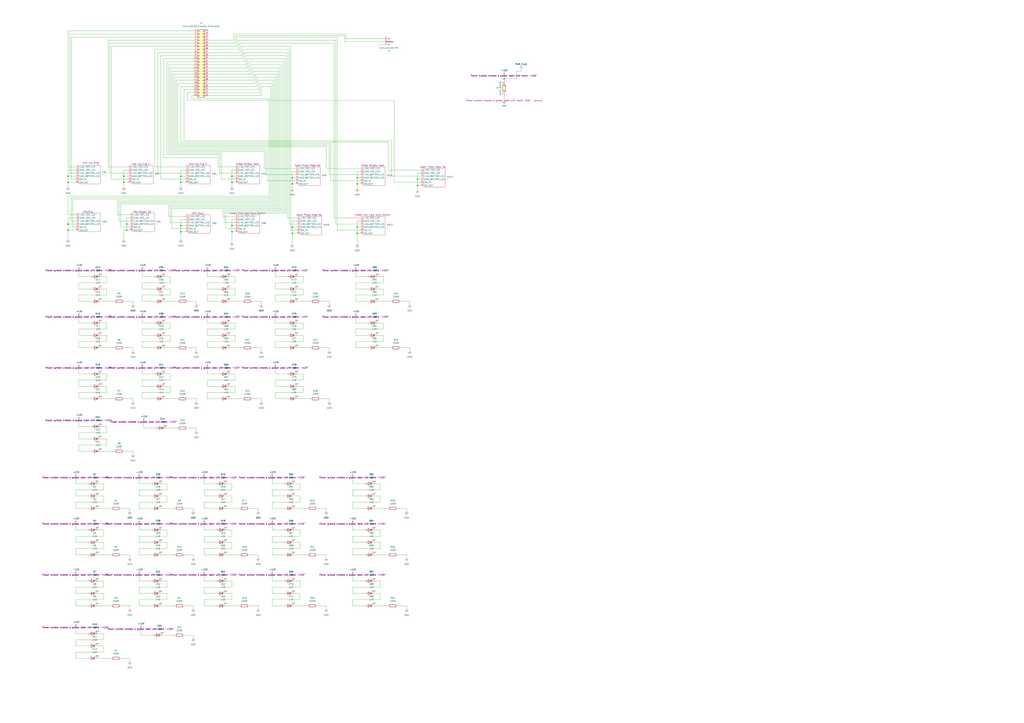
<source format=kicad_sch>
(kicad_sch (version 20250114) (generator "eeschema") (generator_version "9.0")
  (paper "A1")
  (junction (at 148.59 144.78))
  (junction (at 293.37 191.77))
  (junction (at 190.5 185.42))
  (junction (at 414.02 64.77))
  (junction (at 101.6 149.86))
  (junction (at 101.6 144.78))
  (junction (at 240.03 186.69))
  (junction (at 190.5 149.86))
  (junction (at 148.59 190.5))
  (junction (at 55.88 144.78))
  (junction (at 293.37 151.13))
  (junction (at 55.88 184.15))
  (junction (at 240.03 151.13))
  (junction (at 342.9 147.32))
  (junction (at 55.88 189.23))
  (junction (at 240.03 146.05))
  (junction (at 148.59 149.86))
  (junction (at 55.88 149.86))
  (junction (at 342.9 152.4))
  (junction (at 190.5 190.5))
  (junction (at 240.03 191.77))
  (junction (at 293.37 186.69))
  (junction (at 293.37 146.05))
  (junction (at 104.14 184.15))
  (junction (at 148.59 185.42))
  (junction (at 104.14 189.23))
  (junction (at 190.5 144.78))
  (wire (pts (xy 210.82 63.5) (xy 210.82 71.12)))
  (wire (pts (xy 152.4 137.16) (xy 127 137.16)))
  (wire (pts (xy 302.26 275.59) (xy 292.1 275.59)))
  (wire (pts (xy 314.96 265.43) (xy 309.88 265.43)))
  (wire (pts (xy 167.64 477.52) (xy 177.8 477.52)))
  (wire (pts (xy 62.23 186.69) (xy 59.69 186.69)))
  (wire (pts (xy 152.4 187.96) (xy 140.97 187.96)))
  (wire (pts (xy 321.31 115.57) (xy 151.13 115.57)))
  (wire (pts (xy 424.18 64.77) (xy 424.18 58.42)))
  (wire (pts (xy 64.77 280.67) (xy 87.63 280.67)))
  (wire (pts (xy 302.26 237.49) (xy 292.1 237.49)))
  (wire (pts (xy 114.3 497.84) (xy 114.3 492.76)))
  (wire (pts (xy 289.56 440.69) (xy 312.42 440.69)))
  (wire (pts (xy 82.55 327.66) (xy 93.98 327.66)))
  (wire (pts (xy 246.38 440.69) (xy 246.38 435.61)))
  (wire (pts (xy 129.54 43.18) (xy 129.54 142.24)))
  (wire (pts (xy 72.39 541.02) (xy 62.23 541.02)))
  (wire (pts (xy 223.52 435.61) (xy 233.68 435.61)))
  (wire (pts (xy 226.06 260.35) (xy 226.06 265.43)))
  (wire (pts (xy 64.77 285.75) (xy 64.77 280.67)))
  (wire (pts (xy 99.06 497.84) (xy 106.68 497.84)))
  (wire (pts (xy 198.12 38.1) (xy 238.76 38.1)))
  (wire (pts (xy 158.75 76.2) (xy 153.67 76.2)))
  (wire (pts (xy 193.04 317.5) (xy 187.96 317.5)))
  (wire (pts (xy 114.3 450.85) (xy 137.16 450.85)))
  (wire (pts (xy 180.34 327.66) (xy 170.18 327.66)))
  (wire (pts (xy 293.37 140.97) (xy 293.37 146.05)))
  (wire (pts (xy 85.09 525.78) (xy 85.09 520.7)))
  (wire (pts (xy 184.15 182.88) (xy 184.15 173.99)))
  (wire (pts (xy 190.5 412.75) (xy 190.5 407.67)))
  (wire (pts (xy 85.09 450.85) (xy 85.09 445.77)))
  (wire (pts (xy 314.96 227.33) (xy 309.88 227.33)))
  (wire (pts (xy 190.5 435.61) (xy 185.42 435.61)))
  (wire (pts (xy 137.16 412.75) (xy 137.16 407.67)))
  (wire (pts (xy 139.7 307.34) (xy 134.62 307.34)))
  (wire (pts (xy 260.35 455.93) (xy 267.97 455.93)))
  (wire (pts (xy 334.01 497.84) (xy 334.01 500.38)))
  (wire (pts (xy 302.26 285.75) (xy 292.1 285.75)))
  (wire (pts (xy 116.84 317.5) (xy 116.84 312.42)))
  (wire (pts (xy 124.46 417.83) (xy 114.3 417.83)))
  (wire (pts (xy 307.34 455.93) (xy 318.77 455.93)))
  (wire (pts (xy 114.3 492.76) (xy 137.16 492.76)))
  (wire (pts (xy 105.41 142.24) (xy 90.17 142.24)))
  (wire (pts (xy 240.03 181.61) (xy 243.84 181.61)))
  (wire (pts (xy 231.14 53.34) (xy 205.74 53.34)))
  (wire (pts (xy 187.96 327.66) (xy 199.39 327.66)))
  (wire (pts (xy 170.18 317.5) (xy 170.18 312.42)))
  (wire (pts (xy 198.12 45.72) (xy 198.12 38.1)))
  (wire (pts (xy 170.18 275.59) (xy 170.18 270.51)))
  (wire (pts (xy 312.42 397.51) (xy 307.34 397.51)))
  (wire (pts (xy 212.09 66.04) (xy 224.79 66.04)))
  (wire (pts (xy 137.16 50.8) (xy 137.16 127)))
  (wire (pts (xy 62.23 440.69) (xy 85.09 440.69)))
  (wire (pts (xy 241.3 455.93) (xy 252.73 455.93)))
  (wire (pts (xy 74.93 275.59) (xy 64.77 275.59)))
  (wire (pts (xy 312.42 477.52) (xy 307.34 477.52)))
  (wire (pts (xy 299.72 455.93) (xy 289.56 455.93)))
  (wire (pts (xy 238.76 189.23) (xy 238.76 38.1)))
  (wire (pts (xy 345.44 147.32) (xy 342.9 147.32)))
  (wire (pts (xy 146.05 68.58) (xy 158.75 68.58)))
  (wire (pts (xy 289.56 435.61) (xy 299.72 435.61)))
  (wire (pts (xy 62.23 487.68) (xy 62.23 482.6)))
  (wire (pts (xy 214.63 247.65) (xy 214.63 250.19)))
  (wire (pts (xy 226.06 327.66) (xy 226.06 322.58)))
  (wire (pts (xy 139.7 242.57) (xy 139.7 237.49)))
  (wire (pts (xy 226.06 317.5) (xy 226.06 312.42)))
  (wire (pts (xy 167.64 472.44) (xy 167.64 477.52)))
  (wire (pts (xy 193.04 142.24) (xy 180.34 142.24)))
  (wire (pts (xy 246.38 482.6) (xy 246.38 477.52)))
  (wire (pts (xy 124.46 455.93) (xy 114.3 455.93)))
  (wire (pts (xy 157.48 78.74) (xy 157.48 81.28)))
  (wire (pts (xy 240.03 146.05) (xy 240.03 151.13)))
  (wire (pts (xy 217.17 124.46) (xy 139.7 124.46)))
  (wire (pts (xy 87.63 232.41) (xy 87.63 227.33)))
  (wire (pts (xy 246.38 450.85) (xy 246.38 445.77)))
  (wire (pts (xy 137.16 492.76) (xy 137.16 487.68)))
  (wire (pts (xy 143.51 63.5) (xy 143.51 120.65)))
  (wire (pts (xy 190.5 139.7) (xy 190.5 144.78)))
  (wire (pts (xy 201.93 53.34) (xy 201.93 45.72)))
  (wire (pts (xy 87.63 275.59) (xy 82.55 275.59)))
  (wire (pts (xy 58.42 30.48) (xy 158.75 30.48)))
  (wire (pts (xy 167.64 412.75) (xy 190.5 412.75)))
  (wire (pts (xy 190.5 440.69) (xy 190.5 435.61)))
  (wire (pts (xy 64.77 222.25) (xy 64.77 227.33)))
  (wire (pts (xy 199.39 40.64) (xy 199.39 48.26)))
  (wire (pts (xy 246.38 412.75) (xy 246.38 407.67)))
  (wire (pts (xy 194.31 30.48) (xy 276.86 30.48)))
  (wire (pts (xy 314.96 36.83) (xy 311.15 36.83)))
  (wire (pts (xy 148.59 71.12) (xy 148.59 116.84)))
  (wire (pts (xy 233.68 417.83) (xy 223.52 417.83)))
  (wire (pts (xy 106.68 186.69) (xy 99.06 186.69)))
  (wire (pts (xy 262.89 327.66) (xy 270.51 327.66)))
  (wire (pts (xy 87.63 270.51) (xy 87.63 265.43)))
  (wire (pts (xy 270.51 143.51) (xy 270.51 119.38)))
  (wire (pts (xy 161.29 327.66) (xy 161.29 330.2)))
  (wire (pts (xy 345.44 149.86) (xy 323.85 149.86)))
  (wire (pts (xy 87.63 350.52) (xy 82.55 350.52)))
  (wire (pts (xy 85.09 397.51) (xy 80.01 397.51)))
  (wire (pts (xy 55.88 189.23) (xy 62.23 189.23)))
  (wire (pts (xy 74.93 237.49) (xy 64.77 237.49)))
  (wire (pts (xy 240.03 191.77) (xy 243.84 191.77)))
  (wire (pts (xy 293.37 181.61) (xy 293.37 186.69)))
  (wire (pts (xy 143.51 63.5) (xy 158.75 63.5)))
  (wire (pts (xy 132.08 417.83) (xy 143.51 417.83)))
  (wire (pts (xy 64.77 302.26) (xy 64.77 307.34)))
  (wire (pts (xy 116.84 275.59) (xy 116.84 270.51)))
  (wire (pts (xy 59.69 163.83) (xy 223.52 163.83)))
  (wire (pts (xy 62.23 541.02) (xy 62.23 535.94)))
  (wire (pts (xy 62.23 450.85) (xy 85.09 450.85)))
  (wire (pts (xy 267.97 417.83) (xy 267.97 420.37)))
  (wire (pts (xy 345.44 139.7) (xy 318.77 139.7)))
  (wire (pts (xy 314.96 232.41) (xy 314.96 227.33)))
  (wire (pts (xy 170.18 237.49) (xy 170.18 232.41)))
  (wire (pts (xy 248.92 237.49) (xy 243.84 237.49)))
  (wire (pts (xy 292.1 242.57) (xy 314.96 242.57)))
  (wire (pts (xy 312.42 487.68) (xy 307.34 487.68)))
  (wire (pts (xy 64.77 265.43) (xy 74.93 265.43)))
  (wire (pts (xy 223.52 497.84) (xy 223.52 492.76)))
  (wire (pts (xy 185.42 187.96) (xy 185.42 175.26)))
  (wire (pts (xy 414.02 64.77) (xy 424.18 64.77)))
  (wire (pts (xy 170.18 265.43) (xy 180.34 265.43)))
  (wire (pts (xy 214.63 327.66) (xy 214.63 330.2)))
  (wire (pts (xy 74.93 317.5) (xy 64.77 317.5)))
  (wire (pts (xy 148.59 190.5) (xy 148.59 185.42)))
  (wire (pts (xy 190.5 445.77) (xy 185.42 445.77)))
  (wire (pts (xy 292.1 285.75) (xy 292.1 280.67)))
  (wire (pts (xy 193.04 312.42) (xy 193.04 307.34)))
  (wire (pts (xy 199.39 48.26) (xy 171.45 48.26)))
  (wire (pts (xy 292.1 260.35) (xy 292.1 265.43)))
  (wire (pts (xy 167.64 450.85) (xy 190.5 450.85)))
  (wire (pts (xy 345.44 142.24) (xy 342.9 142.24)))
  (wire (pts (xy 167.64 455.93) (xy 167.64 450.85)))
  (wire (pts (xy 212.09 73.66) (xy 212.09 66.04)))
  (wire (pts (xy 114.3 407.67) (xy 114.3 402.59)))
  (wire (pts (xy 101.6 139.7) (xy 105.41 139.7)))
  (wire (pts (xy 151.13 73.66) (xy 158.75 73.66)))
  (wire (pts (xy 309.88 285.75) (xy 321.31 285.75)))
  (wire (pts (xy 101.6 196.85) (xy 101.6 189.23)))
  (wire (pts (xy 226.06 63.5) (xy 210.82 63.5)))
  (wire (pts (xy 148.59 185.42) (xy 152.4 185.42)))
  (wire (pts (xy 243.84 179.07) (xy 236.22 179.07)))
  (wire (pts (xy 267.97 120.65) (xy 143.51 120.65)))
  (wire (pts (xy 72.39 407.67) (xy 62.23 407.67)))
  (wire (pts (xy 62.23 492.76) (xy 85.09 492.76)))
  (wire (pts (xy 153.67 351.79) (xy 161.29 351.79)))
  (wire (pts (xy 312.42 440.69) (xy 312.42 435.61)))
  (wire (pts (xy 236.22 237.49) (xy 226.06 237.49)))
  (wire (pts (xy 312.42 407.67) (xy 307.34 407.67)))
  (wire (pts (xy 223.52 440.69) (xy 246.38 440.69)))
  (wire (pts (xy 161.29 247.65) (xy 161.29 250.19)))
  (wire (pts (xy 180.34 237.49) (xy 170.18 237.49)))
  (wire (pts (xy 236.22 327.66) (xy 226.06 327.66)))
  (wire (pts (xy 82.55 285.75) (xy 93.98 285.75)))
  (wire (pts (xy 87.63 312.42) (xy 87.63 307.34)))
  (wire (pts (xy 64.77 317.5) (xy 64.77 312.42)))
  (wire (pts (xy 193.04 270.51) (xy 193.04 265.43)))
  (wire (pts (xy 62.23 176.53) (xy 55.88 176.53)))
  (wire (pts (xy 138.43 53.34) (xy 138.43 125.73)))
  (wire (pts (xy 127 40.64) (xy 158.75 40.64)))
  (wire (pts (xy 64.77 350.52) (xy 74.93 350.52)))
  (wire (pts (xy 223.52 450.85) (xy 246.38 450.85)))
  (wire (pts (xy 116.84 237.49) (xy 116.84 232.41)))
  (wire (pts (xy 193.04 182.88) (xy 184.15 182.88)))
  (wire (pts (xy 193.04 280.67) (xy 193.04 275.59)))
  (wire (pts (xy 226.06 322.58) (xy 248.92 322.58)))
  (wire (pts (xy 314.96 242.57) (xy 314.96 237.49)))
  (wire (pts (xy 193.04 242.57) (xy 193.04 237.49)))
  (wire (pts (xy 109.22 285.75) (xy 109.22 288.29)))
  (wire (pts (xy 295.91 189.23) (xy 276.86 189.23)))
  (wire (pts (xy 140.97 58.42) (xy 158.75 58.42)))
  (wire (pts (xy 246.38 487.68) (xy 241.3 487.68)))
  (wire (pts (xy 226.06 242.57) (xy 248.92 242.57)))
  (wire (pts (xy 137.16 450.85) (xy 137.16 445.77)))
  (wire (pts (xy 114.3 482.6) (xy 137.16 482.6)))
  (wire (pts (xy 214.63 78.74) (xy 214.63 71.12)))
  (wire (pts (xy 55.88 184.15) (xy 62.23 184.15)))
  (wire (pts (xy 127 317.5) (xy 116.84 317.5)))
  (wire (pts (xy 260.35 497.84) (xy 267.97 497.84)))
  (wire (pts (xy 62.23 472.44) (xy 62.23 477.52)))
  (wire (pts (xy 248.92 270.51) (xy 248.92 265.43)))
  (wire (pts (xy 237.49 184.15) (xy 237.49 40.64)))
  (wire (pts (xy 116.84 265.43) (xy 127 265.43)))
  (wire (pts (xy 223.52 430.53) (xy 223.52 435.61)))
  (wire (pts (xy 62.23 535.94) (xy 85.09 535.94)))
  (wire (pts (xy 116.84 227.33) (xy 127 227.33)))
  (wire (pts (xy 167.64 487.68) (xy 167.64 482.6)))
  (wire (pts (xy 342.9 152.4) (xy 345.44 152.4)))
  (wire (pts (xy 243.84 184.15) (xy 237.49 184.15)))
  (wire (pts (xy 170.18 307.34) (xy 180.34 307.34)))
  (wire (pts (xy 295.91 181.61) (xy 293.37 181.61)))
  (wire (pts (xy 326.39 455.93) (xy 334.01 455.93)))
  (wire (pts (xy 414.02 78.74) (xy 414.02 82.55)))
  (wire (pts (xy 248.92 317.5) (xy 243.84 317.5)))
  (wire (pts (xy 139.7 55.88) (xy 139.7 124.46)))
  (wire (pts (xy 55.88 196.85) (xy 55.88 189.23)))
  (wire (pts (xy 181.61 125.73) (xy 138.43 125.73)))
  (wire (pts (xy 167.64 417.83) (xy 167.64 412.75)))
  (wire (pts (xy 184.15 173.99) (xy 233.68 173.99)))
  (wire (pts (xy 177.8 455.93) (xy 167.64 455.93)))
  (wire (pts (xy 179.07 137.16) (xy 179.07 129.54)))
  (wire (pts (xy 195.58 40.64) (xy 171.45 40.64)))
  (wire (pts (xy 234.95 175.26) (xy 234.95 45.72)))
  (wire (pts (xy 114.3 455.93) (xy 114.3 450.85)))
  (wire (pts (xy 64.77 307.34) (xy 74.93 307.34)))
  (wire (pts (xy 190.5 180.34) (xy 190.5 185.42)))
  (wire (pts (xy 223.52 68.58) (xy 213.36 68.58)))
  (wire (pts (xy 203.2 55.88) (xy 171.45 55.88)))
  (wire (pts (xy 144.78 66.04) (xy 144.78 119.38)))
  (wire (pts (xy 158.75 417.83) (xy 158.75 420.37)))
  (wire (pts (xy 336.55 247.65) (xy 336.55 250.19)))
  (wire (pts (xy 177.8 497.84) (xy 167.64 497.84)))
  (wire (pts (xy 97.79 181.61) (xy 97.79 166.37)))
  (wire (pts (xy 72.39 487.68) (xy 62.23 487.68)))
  (wire (pts (xy 62.23 455.93) (xy 62.23 450.85)))
  (wire (pts (xy 118.11 351.79) (xy 128.27 351.79)))
  (wire (pts (xy 139.7 55.88) (xy 158.75 55.88)))
  (wire (pts (xy 80.01 455.93) (xy 91.44 455.93)))
  (wire (pts (xy 237.49 40.64) (xy 199.39 40.64)))
  (wire (pts (xy 223.52 412.75) (xy 246.38 412.75)))
  (wire (pts (xy 190.5 153.67) (xy 190.5 149.86)))
  (wire (pts (xy 170.18 260.35) (xy 170.18 265.43)))
  (wire (pts (xy 220.98 161.29) (xy 220.98 81.28)))
  (wire (pts (xy 115.57 516.89) (xy 115.57 521.97)))
  (wire (pts (xy 72.39 530.86) (xy 62.23 530.86)))
  (wire (pts (xy 171.45 58.42) (xy 204.47 58.42)))
  (wire (pts (xy 270.51 119.38) (xy 144.78 119.38)))
  (wire (pts (xy 248.92 275.59) (xy 243.84 275.59)))
  (wire (pts (xy 139.7 227.33) (xy 134.62 227.33)))
  (wire (pts (xy 270.51 285.75) (xy 270.51 288.29)))
  (wire (pts (xy 309.88 247.65) (xy 321.31 247.65)))
  (wire (pts (xy 87.63 322.58) (xy 87.63 317.5)))
  (wire (pts (xy 193.04 139.7) (xy 190.5 139.7)))
  (wire (pts (xy 106.68 181.61) (xy 97.79 181.61)))
  (wire (pts (xy 74.93 247.65) (xy 64.77 247.65)))
  (wire (pts (xy 127 247.65) (xy 116.84 247.65)))
  (wire (pts (xy 114.3 417.83) (xy 114.3 412.75)))
  (wire (pts (xy 190.5 185.42) (xy 190.5 190.5)))
  (wire (pts (xy 293.37 191.77) (xy 293.37 200.66)))
  (wire (pts (xy 229.87 170.18) (xy 229.87 55.88)))
  (wire (pts (xy 289.56 482.6) (xy 312.42 482.6)))
  (wire (pts (xy 283.21 34.29) (xy 314.96 34.29)))
  (wire (pts (xy 87.63 280.67) (xy 87.63 275.59)))
  (wire (pts (xy 226.06 227.33) (xy 236.22 227.33)))
  (wire (pts (xy 226.06 265.43) (xy 236.22 265.43)))
  (wire (pts (xy 62.23 435.61) (xy 72.39 435.61)))
  (wire (pts (xy 190.5 144.78) (xy 190.5 149.86)))
  (wire (pts (xy 64.77 232.41) (xy 87.63 232.41)))
  (wire (pts (xy 236.22 317.5) (xy 226.06 317.5)))
  (wire (pts (xy 152.4 182.88) (xy 139.7 182.88)))
  (wire (pts (xy 242.57 146.05) (xy 240.03 146.05)))
  (wire (pts (xy 64.77 237.49) (xy 64.77 232.41)))
  (wire (pts (xy 185.42 497.84) (xy 196.85 497.84)))
  (wire (pts (xy 334.01 417.83) (xy 334.01 420.37)))
  (wire (pts (xy 148.59 180.34) (xy 152.4 180.34)))
  (wire (pts (xy 64.77 247.65) (xy 64.77 242.57)))
  (wire (pts (xy 64.77 227.33) (xy 74.93 227.33)))
  (wire (pts (xy 289.56 472.44) (xy 289.56 477.52)))
  (wire (pts (xy 226.06 285.75) (xy 226.06 280.67)))
  (wire (pts (xy 114.3 402.59) (xy 137.16 402.59)))
  (wire (pts (xy 209.55 68.58) (xy 209.55 60.96)))
  (wire (pts (xy 312.42 402.59) (xy 312.42 397.51)))
  (wire (pts (xy 62.23 412.75) (xy 85.09 412.75)))
  (wire (pts (xy 289.56 430.53) (xy 289.56 435.61)))
  (wire (pts (xy 218.44 123.19) (xy 140.97 123.19)))
  (wire (pts (xy 167.64 497.84) (xy 167.64 492.76)))
  (wire (pts (xy 64.77 322.58) (xy 87.63 322.58)))
  (wire (pts (xy 85.09 487.68) (xy 80.01 487.68)))
  (wire (pts (xy 139.7 322.58) (xy 139.7 317.5)))
  (wire (pts (xy 137.16 487.68) (xy 132.08 487.68)))
  (wire (pts (xy 233.68 487.68) (xy 223.52 487.68)))
  (wire (pts (xy 345.44 144.78) (xy 321.31 144.78)))
  (wire (pts (xy 104.14 189.23) (xy 104.14 184.15)))
  (wire (pts (xy 167.64 402.59) (xy 190.5 402.59)))
  (wire (pts (xy 62.23 520.7) (xy 72.39 520.7)))
  (wire (pts (xy 292.1 227.33) (xy 302.26 227.33)))
  (wire (pts (xy 312.42 450.85) (xy 312.42 445.77)))
  (wire (pts (xy 213.36 68.58) (xy 213.36 76.2)))
  (wire (pts (xy 223.52 472.44) (xy 223.52 477.52)))
  (wire (pts (xy 137.16 440.69) (xy 137.16 435.61)))
  (wire (pts (xy 223.52 407.67) (xy 223.52 402.59)))
  (wire (pts (xy 212.09 417.83) (xy 212.09 420.37)))
  (wire (pts (xy 246.38 407.67) (xy 241.3 407.67)))
  (wire (pts (xy 274.32 179.07) (xy 274.32 35.56)))
  (wire (pts (xy 85.09 482.6) (xy 85.09 477.52)))
  (wire (pts (xy 226.06 232.41) (xy 248.92 232.41)))
  (wire (pts (xy 118.11 346.71) (xy 118.11 351.79)))
  (wire (pts (xy 177.8 407.67) (xy 167.64 407.67)))
  (wire (pts (xy 116.84 302.26) (xy 116.84 307.34)))
  (wire (pts (xy 57.15 142.24) (xy 62.23 142.24)))
  (wire (pts (xy 62.23 445.77) (xy 62.23 440.69)))
  (wire (pts (xy 148.59 196.85) (xy 148.59 190.5)))
  (wire (pts (xy 85.09 520.7) (xy 80.01 520.7)))
  (wire (pts (xy 299.72 497.84) (xy 289.56 497.84)))
  (wire (pts (xy 246.38 477.52) (xy 241.3 477.52)))
  (wire (pts (xy 151.13 73.66) (xy 151.13 115.57)))
  (wire (pts (xy 80.01 497.84) (xy 91.44 497.84)))
  (wire (pts (xy 144.78 66.04) (xy 158.75 66.04)))
  (wire (pts (xy 171.45 38.1) (xy 194.31 38.1)))
  (wire (pts (xy 200.66 43.18) (xy 236.22 43.18)))
  (wire (pts (xy 212.09 497.84) (xy 212.09 500.38)))
  (wire (pts (xy 240.03 181.61) (xy 240.03 186.69)))
  (wire (pts (xy 207.01 63.5) (xy 207.01 55.88)))
  (wire (pts (xy 236.22 247.65) (xy 226.06 247.65)))
  (wire (pts (xy 226.06 166.37) (xy 226.06 63.5)))
  (wire (pts (xy 127 285.75) (xy 116.84 285.75)))
  (wire (pts (xy 295.91 186.69) (xy 293.37 186.69)))
  (wire (pts (xy 139.7 275.59) (xy 134.62 275.59)))
  (wire (pts (xy 190.5 149.86) (xy 193.04 149.86)))
  (wire (pts (xy 326.39 497.84) (xy 334.01 497.84)))
  (wire (pts (xy 289.56 497.84) (xy 289.56 492.76)))
  (wire (pts (xy 101.6 149.86) (xy 101.6 144.78)))
  (wire (pts (xy 295.91 138.43) (xy 267.97 138.43)))
  (wire (pts (xy 204.47 50.8) (xy 232.41 50.8)))
  (wire (pts (xy 233.68 407.67) (xy 223.52 407.67)))
  (wire (pts (xy 62.23 497.84) (xy 62.23 492.76)))
  (wire (pts (xy 226.06 307.34) (xy 236.22 307.34)))
  (wire (pts (xy 106.68 455.93) (xy 106.68 458.47)))
  (wire (pts (xy 207.01 285.75) (xy 214.63 285.75)))
  (wire (pts (xy 87.63 227.33) (xy 82.55 227.33)))
  (wire (pts (xy 148.59 149.86) (xy 148.59 144.78)))
  (wire (pts (xy 140.97 171.45) (xy 231.14 171.45)))
  (wire (pts (xy 196.85 35.56) (xy 274.32 35.56)))
  (wire (pts (xy 240.03 154.94) (xy 240.03 151.13)))
  (wire (pts (xy 289.56 445.77) (xy 289.56 440.69)))
  (wire (pts (xy 299.72 487.68) (xy 289.56 487.68)))
  (wire (pts (xy 64.77 270.51) (xy 87.63 270.51)))
  (wire (pts (xy 105.41 137.16) (xy 88.9 137.16)))
  (wire (pts (xy 87.63 307.34) (xy 82.55 307.34)))
  (wire (pts (xy 153.67 76.2) (xy 153.67 82.55)))
  (wire (pts (xy 114.3 397.51) (xy 124.46 397.51)))
  (wire (pts (xy 64.77 275.59) (xy 64.77 270.51)))
  (wire (pts (xy 267.97 138.43) (xy 267.97 120.65)))
  (wire (pts (xy 140.97 187.96) (xy 140.97 171.45)))
  (wire (pts (xy 85.09 402.59) (xy 85.09 397.51)))
  (wire (pts (xy 124.46 497.84) (xy 114.3 497.84)))
  (wire (pts (xy 167.64 397.51) (xy 177.8 397.51)))
  (wire (pts (xy 180.34 285.75) (xy 170.18 285.75)))
  (wire (pts (xy 223.52 445.77) (xy 223.52 440.69)))
  (wire (pts (xy 74.93 370.84) (xy 64.77 370.84)))
  (wire (pts (xy 158.75 497.84) (xy 158.75 500.38)))
  (wire (pts (xy 116.84 242.57) (xy 139.7 242.57)))
  (wire (pts (xy 148.59 149.86) (xy 152.4 149.86)))
  (wire (pts (xy 193.04 147.32) (xy 181.61 147.32)))
  (wire (pts (xy 64.77 355.6) (xy 87.63 355.6)))
  (wire (pts (xy 158.75 455.93) (xy 158.75 458.47)))
  (wire (pts (xy 158.75 521.97) (xy 158.75 524.51)))
  (wire (pts (xy 96.52 176.53) (xy 96.52 165.1)))
  (wire (pts (xy 167.64 492.76) (xy 190.5 492.76)))
  (wire (pts (xy 87.63 317.5) (xy 82.55 317.5)))
  (wire (pts (xy 292.1 275.59) (xy 292.1 270.51)))
  (wire (pts (xy 314.96 237.49) (xy 309.88 237.49)))
  (wire (pts (xy 134.62 247.65) (xy 146.05 247.65)))
  (wire (pts (xy 226.06 275.59) (xy 226.06 270.51)))
  (wire (pts (xy 55.88 161.29) (xy 220.98 161.29)))
  (wire (pts (xy 242.57 143.51) (xy 218.44 143.51)))
  (wire (pts (xy 101.6 149.86) (xy 105.41 149.86)))
  (wire (pts (xy 246.38 435.61) (xy 241.3 435.61)))
  (wire (pts (xy 295.91 140.97) (xy 293.37 140.97)))
  (wire (pts (xy 284.48 27.94) (xy 191.77 27.94)))
  (wire (pts (xy 153.67 285.75) (xy 161.29 285.75)))
  (wire (pts (xy 228.6 58.42) (xy 208.28 58.42)))
  (wire (pts (xy 105.41 147.32) (xy 91.44 147.32)))
  (wire (pts (xy 295.91 184.15) (xy 275.59 184.15)))
  (wire (pts (xy 139.7 270.51) (xy 139.7 265.43)))
  (wire (pts (xy 99.06 541.02) (xy 106.68 541.02)))
  (wire (pts (xy 231.14 171.45) (xy 231.14 53.34)))
  (wire (pts (xy 342.9 142.24) (xy 342.9 147.32)))
  (wire (pts (xy 167.64 392.43) (xy 167.64 397.51)))
  (wire (pts (xy 85.09 407.67) (xy 80.01 407.67)))
  (wire (pts (xy 116.84 312.42) (xy 139.7 312.42)))
  (wire (pts (xy 171.45 35.56) (xy 193.04 35.56)))
  (wire (pts (xy 139.7 170.18) (xy 229.87 170.18)))
  (wire (pts (xy 99.06 455.93) (xy 106.68 455.93)))
  (wire (pts (xy 124.46 407.67) (xy 114.3 407.67)))
  (wire (pts (xy 148.59 71.12) (xy 158.75 71.12)))
  (wire (pts (xy 262.89 285.75) (xy 270.51 285.75)))
  (wire (pts (xy 116.84 285.75) (xy 116.84 280.67)))
  (wire (pts (xy 226.06 237.49) (xy 226.06 232.41)))
  (wire (pts (xy 214.63 285.75) (xy 214.63 288.29)))
  (wire (pts (xy 139.7 317.5) (xy 134.62 317.5)))
  (wire (pts (xy 267.97 497.84) (xy 267.97 500.38)))
  (wire (pts (xy 127 327.66) (xy 116.84 327.66)))
  (wire (pts (xy 116.84 280.67) (xy 139.7 280.67)))
  (wire (pts (xy 139.7 182.88) (xy 139.7 170.18)))
  (wire (pts (xy 243.84 285.75) (xy 255.27 285.75)))
  (wire (pts (xy 139.7 265.43) (xy 134.62 265.43)))
  (wire (pts (xy 246.38 492.76) (xy 246.38 487.68)))
  (wire (pts (xy 101.6 153.67) (xy 101.6 149.86)))
  (wire (pts (xy 191.77 27.94) (xy 191.77 33.02)))
  (wire (pts (xy 193.04 29.21) (xy 283.21 29.21)))
  (wire (pts (xy 232.41 172.72) (xy 232.41 50.8)))
  (wire (pts (xy 195.58 33.02) (xy 195.58 40.64)))
  (wire (pts (xy 204.47 58.42) (xy 204.47 50.8)))
  (wire (pts (xy 134.62 48.26) (xy 134.62 129.54)))
  (wire (pts (xy 295.91 146.05) (xy 293.37 146.05)))
  (wire (pts (xy 185.42 455.93) (xy 196.85 455.93)))
  (wire (pts (xy 72.39 445.77) (xy 62.23 445.77)))
  (wire (pts (xy 289.56 407.67) (xy 289.56 402.59)))
  (wire (pts (xy 55.88 25.4) (xy 158.75 25.4)))
  (wire (pts (xy 64.77 365.76) (xy 87.63 365.76)))
  (wire (pts (xy 193.04 232.41) (xy 193.04 227.33)))
  (wire (pts (xy 170.18 327.66) (xy 170.18 322.58)))
  (wire (pts (xy 240.03 186.69) (xy 243.84 186.69)))
  (wire (pts (xy 170.18 302.26) (xy 170.18 307.34)))
  (wire (pts (xy 190.5 477.52) (xy 185.42 477.52)))
  (wire (pts (xy 275.59 184.15) (xy 275.59 33.02)))
  (wire (pts (xy 99.06 186.69) (xy 99.06 167.64)))
  (wire (pts (xy 170.18 227.33) (xy 180.34 227.33)))
  (wire (pts (xy 236.22 179.07) (xy 236.22 43.18)))
  (wire (pts (xy 116.84 222.25) (xy 116.84 227.33)))
  (wire (pts (xy 223.52 163.83) (xy 223.52 68.58)))
  (wire (pts (xy 153.67 82.55) (xy 323.85 82.55)))
  (wire (pts (xy 138.43 177.8) (xy 138.43 168.91)))
  (wire (pts (xy 139.7 237.49) (xy 134.62 237.49)))
  (wire (pts (xy 293.37 151.13) (xy 295.91 151.13)))
  (wire (pts (xy 62.23 430.53) (xy 62.23 435.61)))
  (wire (pts (xy 190.5 402.59) (xy 190.5 397.51)))
  (wire (pts (xy 226.06 280.67) (xy 248.92 280.67)))
  (wire (pts (xy 326.39 417.83) (xy 334.01 417.83)))
  (wire (pts (xy 132.08 45.72) (xy 158.75 45.72)))
  (wire (pts (xy 181.61 147.32) (xy 181.61 125.73)))
  (wire (pts (xy 271.78 148.59) (xy 271.78 118.11)))
  (wire (pts (xy 314.96 280.67) (xy 314.96 275.59)))
  (wire (pts (xy 87.63 242.57) (xy 87.63 237.49)))
  (wire (pts (xy 152.4 147.32) (xy 132.08 147.32)))
  (wire (pts (xy 64.77 260.35) (xy 64.77 265.43)))
  (wire (pts (xy 55.88 144.78) (xy 55.88 149.86)))
  (wire (pts (xy 167.64 482.6) (xy 190.5 482.6)))
  (wire (pts (xy 275.59 33.02) (xy 195.58 33.02)))
  (wire (pts (xy 171.45 50.8) (xy 200.66 50.8)))
  (wire (pts (xy 187.96 285.75) (xy 199.39 285.75)))
  (wire (pts (xy 151.13 455.93) (xy 158.75 455.93)))
  (wire (pts (xy 193.04 185.42) (xy 190.5 185.42)))
  (wire (pts (xy 151.13 497.84) (xy 158.75 497.84)))
  (wire (pts (xy 62.23 515.62) (xy 62.23 520.7)))
  (wire (pts (xy 201.93 45.72) (xy 234.95 45.72)))
  (wire (pts (xy 161.29 285.75) (xy 161.29 288.29)))
  (wire (pts (xy 318.77 139.7) (xy 318.77 116.84)))
  (wire (pts (xy 217.17 138.43) (xy 217.17 124.46)))
  (wire (pts (xy 260.35 417.83) (xy 267.97 417.83)))
  (wire (pts (xy 226.06 302.26) (xy 226.06 307.34)))
  (wire (pts (xy 139.7 312.42) (xy 139.7 307.34)))
  (wire (pts (xy 243.84 327.66) (xy 255.27 327.66)))
  (wire (pts (xy 171.45 43.18) (xy 196.85 43.18)))
  (wire (pts (xy 289.56 392.43) (xy 289.56 397.51)))
  (wire (pts (xy 88.9 33.02) (xy 158.75 33.02)))
  (wire (pts (xy 161.29 351.79) (xy 161.29 354.33)))
  (wire (pts (xy 132.08 455.93) (xy 143.51 455.93)))
  (wire (pts (xy 170.18 222.25) (xy 170.18 227.33)))
  (wire (pts (xy 171.45 78.74) (xy 214.63 78.74)))
  (wire (pts (xy 114.3 430.53) (xy 114.3 435.61)))
  (wire (pts (xy 200.66 50.8) (xy 200.66 43.18)))
  (wire (pts (xy 292.1 265.43) (xy 302.26 265.43)))
  (wire (pts (xy 196.85 43.18) (xy 196.85 35.56)))
  (wire (pts (xy 62.23 417.83) (xy 62.23 412.75)))
  (wire (pts (xy 134.62 327.66) (xy 146.05 327.66)))
  (wire (pts (xy 223.52 417.83) (xy 223.52 412.75)))
  (wire (pts (xy 248.92 227.33) (xy 243.84 227.33)))
  (wire (pts (xy 193.04 227.33) (xy 187.96 227.33)))
  (wire (pts (xy 276.86 189.23) (xy 276.86 30.48)))
  (wire (pts (xy 59.69 186.69) (xy 59.69 163.83)))
  (wire (pts (xy 142.24 60.96) (xy 158.75 60.96)))
  (wire (pts (xy 114.3 487.68) (xy 114.3 482.6)))
  (wire (pts (xy 218.44 143.51) (xy 218.44 123.19)))
  (wire (pts (xy 180.34 317.5) (xy 170.18 317.5)))
  (wire (pts (xy 170.18 285.75) (xy 170.18 280.67)))
  (wire (pts (xy 148.59 144.78) (xy 152.4 144.78)))
  (wire (pts (xy 167.64 445.77) (xy 167.64 440.69)))
  (wire (pts (xy 177.8 487.68) (xy 167.64 487.68)))
  (wire (pts (xy 209.55 60.96) (xy 227.33 60.96)))
  (wire (pts (xy 289.56 487.68) (xy 289.56 482.6)))
  (wire (pts (xy 177.8 417.83) (xy 167.64 417.83)))
  (wire (pts (xy 170.18 242.57) (xy 193.04 242.57)))
  (wire (pts (xy 157.48 81.28) (xy 220.98 81.28)))
  (wire (pts (xy 193.04 35.56) (xy 193.04 29.21)))
  (wire (pts (xy 236.22 285.75) (xy 226.06 285.75)))
  (wire (pts (xy 203.2 48.26) (xy 203.2 55.88)))
  (wire (pts (xy 185.42 175.26) (xy 234.95 175.26)))
  (wire (pts (xy 323.85 149.86) (xy 323.85 82.55)))
  (wire (pts (xy 106.68 176.53) (xy 96.52 176.53)))
  (wire (pts (xy 116.84 232.41) (xy 139.7 232.41)))
  (wire (pts (xy 137.16 397.51) (xy 132.08 397.51)))
  (wire (pts (xy 170.18 232.41) (xy 193.04 232.41)))
  (wire (pts (xy 116.84 247.65) (xy 116.84 242.57)))
  (wire (pts (xy 223.52 402.59) (xy 246.38 402.59)))
  (wire (pts (xy 134.62 48.26) (xy 158.75 48.26)))
  (wire (pts (xy 240.03 151.13) (xy 242.57 151.13)))
  (wire (pts (xy 62.23 181.61) (xy 58.42 181.61)))
  (wire (pts (xy 312.42 482.6) (xy 312.42 477.52)))
  (wire (pts (xy 204.47 417.83) (xy 212.09 417.83)))
  (wire (pts (xy 187.96 247.65) (xy 199.39 247.65)))
  (wire (pts (xy 223.52 392.43) (xy 223.52 397.51)))
  (wire (pts (xy 85.09 477.52) (xy 80.01 477.52)))
  (wire (pts (xy 80.01 541.02) (xy 91.44 541.02)))
  (wire (pts (xy 64.77 370.84) (xy 64.77 365.76)))
  (wire (pts (xy 242.57 138.43) (xy 217.17 138.43)))
  (wire (pts (xy 248.92 307.34) (xy 243.84 307.34)))
  (wire (pts (xy 427.99 58.42) (xy 427.99 57.15)))
  (wire (pts (xy 190.5 487.68) (xy 185.42 487.68)))
  (wire (pts (xy 224.79 165.1) (xy 224.79 66.04)))
  (wire (pts (xy 293.37 191.77) (xy 295.91 191.77)))
  (wire (pts (xy 133.35 521.97) (xy 143.51 521.97)))
  (wire (pts (xy 185.42 417.83) (xy 196.85 417.83)))
  (wire (pts (xy 99.06 167.64) (xy 227.33 167.64)))
  (wire (pts (xy 116.84 270.51) (xy 139.7 270.51)))
  (wire (pts (xy 248.92 322.58) (xy 248.92 317.5)))
  (wire (pts (xy 114.3 440.69) (xy 137.16 440.69)))
  (wire (pts (xy 101.6 247.65) (xy 109.22 247.65)))
  (wire (pts (xy 72.39 455.93) (xy 62.23 455.93)))
  (wire (pts (xy 182.88 172.72) (xy 232.41 172.72)))
  (wire (pts (xy 179.07 129.54) (xy 134.62 129.54)))
  (wire (pts (xy 190.5 482.6) (xy 190.5 477.52)))
  (wire (pts (xy 167.64 407.67) (xy 167.64 402.59)))
  (wire (pts (xy 134.62 285.75) (xy 146.05 285.75)))
  (wire (pts (xy 292.1 247.65) (xy 292.1 242.57)))
  (wire (pts (xy 193.04 237.49) (xy 187.96 237.49)))
  (wire (pts (xy 72.39 417.83) (xy 62.23 417.83)))
  (wire (pts (xy 114.3 412.75) (xy 137.16 412.75)))
  (wire (pts (xy 193.04 177.8) (xy 182.88 177.8)))
  (wire (pts (xy 116.84 307.34) (xy 127 307.34)))
  (wire (pts (xy 241.3 497.84) (xy 252.73 497.84)))
  (wire (pts (xy 101.6 144.78) (xy 105.41 144.78)))
  (wire (pts (xy 129.54 43.18) (xy 158.75 43.18)))
  (wire (pts (xy 271.78 118.11) (xy 146.05 118.11)))
  (wire (pts (xy 207.01 55.88) (xy 229.87 55.88)))
  (wire (pts (xy 223.52 482.6) (xy 246.38 482.6)))
  (wire (pts (xy 87.63 265.43) (xy 82.55 265.43)))
  (wire (pts (xy 243.84 189.23) (xy 238.76 189.23)))
  (wire (pts (xy 236.22 275.59) (xy 226.06 275.59)))
  (wire (pts (xy 74.93 285.75) (xy 64.77 285.75)))
  (wire (pts (xy 115.57 521.97) (xy 125.73 521.97)))
  (wire (pts (xy 139.7 232.41) (xy 139.7 227.33)))
  (wire (pts (xy 314.96 275.59) (xy 309.88 275.59)))
  (wire (pts (xy 64.77 345.44) (xy 64.77 350.52)))
  (wire (pts (xy 293.37 186.69) (xy 293.37 191.77)))
  (wire (pts (xy 62.23 137.16) (xy 55.88 137.16)))
  (wire (pts (xy 292.1 280.67) (xy 314.96 280.67)))
  (wire (pts (xy 90.17 35.56) (xy 158.75 35.56)))
  (wire (pts (xy 132.08 45.72) (xy 132.08 147.32)))
  (wire (pts (xy 223.52 455.93) (xy 223.52 450.85)))
  (wire (pts (xy 139.7 280.67) (xy 139.7 275.59)))
  (wire (pts (xy 219.71 121.92) (xy 142.24 121.92)))
  (wire (pts (xy 267.97 455.93) (xy 267.97 458.47)))
  (wire (pts (xy 135.89 351.79) (xy 146.05 351.79)))
  (wire (pts (xy 246.38 397.51) (xy 241.3 397.51)))
  (wire (pts (xy 414.02 62.23) (xy 414.02 64.77)))
  (wire (pts (xy 289.56 417.83) (xy 289.56 412.75)))
  (wire (pts (xy 82.55 370.84) (xy 93.98 370.84)))
  (wire (pts (xy 148.59 144.78) (xy 148.59 139.7)))
  (wire (pts (xy 62.23 397.51) (xy 72.39 397.51)))
  (wire (pts (xy 292.1 237.49) (xy 292.1 232.41)))
  (wire (pts (xy 148.59 139.7) (xy 152.4 139.7)))
  (wire (pts (xy 87.63 237.49) (xy 82.55 237.49)))
  (wire (pts (xy 248.92 232.41) (xy 248.92 227.33)))
  (wire (pts (xy 171.45 68.58) (xy 209.55 68.58)))
  (wire (pts (xy 424.18 58.42) (xy 427.99 58.42)))
  (wire (pts (xy 55.88 139.7) (xy 62.23 139.7)))
  (wire (pts (xy 124.46 487.68) (xy 114.3 487.68)))
  (wire (pts (xy 124.46 445.77) (xy 114.3 445.77)))
  (wire (pts (xy 171.45 73.66) (xy 212.09 73.66)))
  (wire (pts (xy 233.68 455.93) (xy 223.52 455.93)))
  (wire (pts (xy 171.45 45.72) (xy 198.12 45.72)))
  (wire (pts (xy 191.77 33.02) (xy 171.45 33.02)))
  (wire (pts (xy 219.71 148.59) (xy 219.71 121.92)))
  (wire (pts (xy 226.06 270.51) (xy 248.92 270.51)))
  (wire (pts (xy 222.25 162.56) (xy 222.25 71.12)))
  (wire (pts (xy 137.16 477.52) (xy 132.08 477.52)))
  (wire (pts (xy 289.56 455.93) (xy 289.56 450.85)))
  (wire (pts (xy 243.84 247.65) (xy 255.27 247.65)))
  (wire (pts (xy 207.01 327.66) (xy 214.63 327.66)))
  (wire (pts (xy 62.23 407.67) (xy 62.23 402.59)))
  (wire (pts (xy 312.42 412.75) (xy 312.42 407.67)))
  (wire (pts (xy 140.97 58.42) (xy 140.97 123.19)))
  (wire (pts (xy 190.5 407.67) (xy 185.42 407.67)))
  (wire (pts (xy 226.06 222.25) (xy 226.06 227.33)))
  (wire (pts (xy 223.52 492.76) (xy 246.38 492.76)))
  (wire (pts (xy 137.16 50.8) (xy 158.75 50.8)))
  (wire (pts (xy 114.3 392.43) (xy 114.3 397.51)))
  (wire (pts (xy 248.92 280.67) (xy 248.92 275.59)))
  (wire (pts (xy 62.23 482.6) (xy 85.09 482.6)))
  (wire (pts (xy 299.72 417.83) (xy 289.56 417.83)))
  (wire (pts (xy 180.34 275.59) (xy 170.18 275.59)))
  (wire (pts (xy 127 40.64) (xy 127 137.16)))
  (wire (pts (xy 193.04 187.96) (xy 185.42 187.96)))
  (wire (pts (xy 226.06 247.65) (xy 226.06 242.57)))
  (wire (pts (xy 58.42 30.48) (xy 58.42 147.32)))
  (wire (pts (xy 104.14 179.07) (xy 106.68 179.07)))
  (wire (pts (xy 85.09 445.77) (xy 80.01 445.77)))
  (wire (pts (xy 88.9 33.02) (xy 88.9 137.16)))
  (wire (pts (xy 248.92 312.42) (xy 248.92 307.34)))
  (wire (pts (xy 193.04 307.34) (xy 187.96 307.34)))
  (wire (pts (xy 151.13 417.83) (xy 158.75 417.83)))
  (wire (pts (xy 307.34 417.83) (xy 318.77 417.83)))
  (wire (pts (xy 270.51 327.66) (xy 270.51 330.2)))
  (wire (pts (xy 299.72 407.67) (xy 289.56 407.67)))
  (wire (pts (xy 289.56 412.75) (xy 312.42 412.75)))
  (wire (pts (xy 82.55 247.65) (xy 93.98 247.65)))
  (wire (pts (xy 292.1 222.25) (xy 292.1 227.33)))
  (wire (pts (xy 193.04 144.78) (xy 190.5 144.78)))
  (wire (pts (xy 414.02 64.77) (xy 414.02 66.04)))
  (wire (pts (xy 132.08 497.84) (xy 143.51 497.84)))
  (wire (pts (xy 246.38 402.59) (xy 246.38 397.51)))
  (wire (pts (xy 292.1 232.41) (xy 314.96 232.41)))
  (wire (pts (xy 106.68 541.02) (xy 106.68 543.56)))
  (wire (pts (xy 180.34 127) (xy 137.16 127)))
  (wire (pts (xy 99.06 417.83) (xy 106.68 417.83)))
  (wire (pts (xy 74.93 327.66) (xy 64.77 327.66)))
  (wire (pts (xy 233.68 497.84) (xy 223.52 497.84)))
  (wire (pts (xy 170.18 312.42) (xy 193.04 312.42)))
  (wire (pts (xy 177.8 445.77) (xy 167.64 445.77)))
  (wire (pts (xy 312.42 435.61) (xy 307.34 435.61)))
  (wire (pts (xy 190.5 450.85) (xy 190.5 445.77)))
  (wire (pts (xy 137.16 407.67) (xy 132.08 407.67)))
  (wire (pts (xy 233.68 173.99) (xy 233.68 48.26)))
  (wire (pts (xy 214.63 71.12) (xy 222.25 71.12)))
  (wire (pts (xy 270.51 247.65) (xy 270.51 250.19)))
  (wire (pts (xy 223.52 487.68) (xy 223.52 482.6)))
  (wire (pts (xy 64.77 242.57) (xy 87.63 242.57)))
  (wire (pts (xy 55.88 149.86) (xy 55.88 153.67)))
  (wire (pts (xy 248.92 242.57) (xy 248.92 237.49)))
  (wire (pts (xy 228.6 168.91) (xy 228.6 58.42)))
  (wire (pts (xy 193.04 322.58) (xy 193.04 317.5)))
  (wire (pts (xy 55.88 179.07) (xy 62.23 179.07)))
  (wire (pts (xy 284.48 31.75) (xy 314.96 31.75)))
  (wire (pts (xy 170.18 322.58) (xy 193.04 322.58)))
  (wire (pts (xy 292.1 270.51) (xy 314.96 270.51)))
  (wire (pts (xy 328.93 285.75) (xy 336.55 285.75)))
  (wire (pts (xy 146.05 68.58) (xy 146.05 118.11)))
  (wire (pts (xy 106.68 189.23) (xy 104.14 189.23)))
  (wire (pts (xy 284.48 31.75) (xy 284.48 27.94)))
  (wire (pts (xy 289.56 492.76) (xy 312.42 492.76)))
  (wire (pts (xy 262.89 247.65) (xy 270.51 247.65)))
  (wire (pts (xy 212.09 455.93) (xy 212.09 458.47)))
  (wire (pts (xy 242.57 140.97) (xy 240.03 140.97)))
  (wire (pts (xy 116.84 327.66) (xy 116.84 322.58)))
  (wire (pts (xy 190.5 190.5) (xy 193.04 190.5)))
  (wire (pts (xy 85.09 435.61) (xy 80.01 435.61)))
  (wire (pts (xy 114.3 477.52) (xy 124.46 477.52)))
  (wire (pts (xy 289.56 477.52) (xy 299.72 477.52)))
  (wire (pts (xy 90.17 35.56) (xy 90.17 142.24)))
  (wire (pts (xy 116.84 260.35) (xy 116.84 265.43)))
  (wire (pts (xy 312.42 492.76) (xy 312.42 487.68)))
  (wire (pts (xy 334.01 455.93) (xy 334.01 458.47)))
  (wire (pts (xy 248.92 265.43) (xy 243.84 265.43)))
  (wire (pts (xy 101.6 144.78) (xy 101.6 139.7)))
  (wire (pts (xy 55.88 139.7) (xy 55.88 144.78)))
  (wire (pts (xy 74.93 360.68) (xy 64.77 360.68)))
  (wire (pts (xy 171.45 63.5) (xy 207.01 63.5)))
  (wire (pts (xy 127 237.49) (xy 116.84 237.49)))
  (wire (pts (xy 101.6 285.75) (xy 109.22 285.75)))
  (wire (pts (xy 80.01 417.83) (xy 91.44 417.83)))
  (wire (pts (xy 208.28 58.42) (xy 208.28 66.04)))
  (wire (pts (xy 62.23 530.86) (xy 62.23 525.78)))
  (wire (pts (xy 114.3 445.77) (xy 114.3 440.69)))
  (wire (pts (xy 87.63 355.6) (xy 87.63 350.52)))
  (wire (pts (xy 283.21 29.21) (xy 283.21 34.29)))
  (wire (pts (xy 109.22 247.65) (xy 109.22 250.19)))
  (wire (pts (xy 97.79 166.37) (xy 226.06 166.37)))
  (wire (pts (xy 62.23 392.43) (xy 62.23 397.51)))
  (wire (pts (xy 101.6 370.84) (xy 109.22 370.84)))
  (wire (pts (xy 138.43 168.91) (xy 228.6 168.91)))
  (wire (pts (xy 85.09 535.94) (xy 85.09 530.86)))
  (wire (pts (xy 167.64 440.69) (xy 190.5 440.69)))
  (wire (pts (xy 171.45 53.34) (xy 201.93 53.34)))
  (wire (pts (xy 62.23 147.32) (xy 58.42 147.32)))
  (wire (pts (xy 152.4 142.24) (xy 129.54 142.24)))
  (wire (pts (xy 180.34 247.65) (xy 170.18 247.65)))
  (wire (pts (xy 170.18 247.65) (xy 170.18 242.57)))
  (wire (pts (xy 109.22 327.66) (xy 109.22 330.2)))
  (wire (pts (xy 289.56 450.85) (xy 312.42 450.85)))
  (wire (pts (xy 223.52 397.51) (xy 233.68 397.51)))
  (wire (pts (xy 246.38 445.77) (xy 241.3 445.77)))
  (wire (pts (xy 55.88 189.23) (xy 55.88 184.15)))
  (wire (pts (xy 64.77 327.66) (xy 64.77 322.58)))
  (wire (pts (xy 240.03 186.69) (xy 240.03 191.77)))
  (wire (pts (xy 242.57 148.59) (xy 219.71 148.59)))
  (wire (pts (xy 342.9 147.32) (xy 342.9 152.4)))
  (wire (pts (xy 336.55 285.75) (xy 336.55 288.29)))
  (wire (pts (xy 101.6 189.23) (xy 104.14 189.23)))
  (wire (pts (xy 114.3 472.44) (xy 114.3 477.52)))
  (wire (pts (xy 213.36 76.2) (xy 171.45 76.2)))
  (wire (pts (xy 106.68 497.84) (xy 106.68 500.38)))
  (wire (pts (xy 96.52 165.1) (xy 224.79 165.1)))
  (wire (pts (xy 312.42 445.77) (xy 307.34 445.77)))
  (wire (pts (xy 85.09 530.86) (xy 80.01 530.86)))
  (wire (pts (xy 205.74 53.34) (xy 205.74 60.96)))
  (wire (pts (xy 148.59 190.5) (xy 152.4 190.5)))
  (wire (pts (xy 55.88 144.78) (xy 62.23 144.78)))
  (wire (pts (xy 307.34 497.84) (xy 318.77 497.84)))
  (wire (pts (xy 289.56 397.51) (xy 299.72 397.51)))
  (wire (pts (xy 293.37 151.13) (xy 293.37 154.94)))
  (wire (pts (xy 72.39 497.84) (xy 62.23 497.84)))
  (wire (pts (xy 109.22 370.84) (xy 109.22 373.38)))
  (wire (pts (xy 153.67 327.66) (xy 161.29 327.66)))
  (wire (pts (xy 318.77 116.84) (xy 148.59 116.84)))
  (wire (pts (xy 182.88 177.8) (xy 182.88 172.72)))
  (wire (pts (xy 240.03 140.97) (xy 240.03 146.05)))
  (wire (pts (xy 193.04 180.34) (xy 190.5 180.34)))
  (wire (pts (xy 55.88 184.15) (xy 55.88 179.07)))
  (wire (pts (xy 241.3 417.83) (xy 252.73 417.83)))
  (wire (pts (xy 64.77 360.68) (xy 64.77 355.6)))
  (wire (pts (xy 205.74 60.96) (xy 171.45 60.96)))
  (wire (pts (xy 62.23 402.59) (xy 85.09 402.59)))
  (wire (pts (xy 153.67 247.65) (xy 161.29 247.65)))
  (wire (pts (xy 158.75 78.74) (xy 157.48 78.74)))
  (wire (pts (xy 142.24 60.96) (xy 142.24 121.92)))
  (wire (pts (xy 137.16 445.77) (xy 132.08 445.77)))
  (wire (pts (xy 87.63 360.68) (xy 82.55 360.68)))
  (wire (pts (xy 289.56 402.59) (xy 312.42 402.59)))
  (wire (pts (xy 57.15 27.94) (xy 158.75 27.94)))
  (wire (pts (xy 62.23 477.52) (xy 72.39 477.52)))
  (wire (pts (xy 295.91 148.59) (xy 271.78 148.59)))
  (wire (pts (xy 190.5 199.39) (xy 190.5 190.5)))
  (wire (pts (xy 167.64 430.53) (xy 167.64 435.61)))
  (wire (pts (xy 193.04 275.59) (xy 187.96 275.59)))
  (wire (pts (xy 106.68 184.15) (xy 104.14 184.15)))
  (wire (pts (xy 58.42 162.56) (xy 222.25 162.56)))
  (wire (pts (xy 223.52 477.52) (xy 233.68 477.52)))
  (wire (pts (xy 55.88 25.4) (xy 55.88 137.16)))
  (wire (pts (xy 204.47 497.84) (xy 212.09 497.84)))
  (wire (pts (xy 167.64 435.61) (xy 177.8 435.61)))
  (wire (pts (xy 233.68 445.77) (xy 223.52 445.77)))
  (wire (pts (xy 85.09 440.69) (xy 85.09 435.61)))
  (wire (pts (xy 104.14 184.15) (xy 104.14 179.07)))
  (wire (pts (xy 342.9 156.21) (xy 342.9 152.4)))
  (wire (pts (xy 328.93 247.65) (xy 336.55 247.65)))
  (wire (pts (xy 148.59 185.42) (xy 148.59 180.34)))
  (wire (pts (xy 101.6 327.66) (xy 109.22 327.66)))
  (wire (pts (xy 295.91 143.51) (xy 270.51 143.51)))
  (wire (pts (xy 55.88 149.86) (xy 62.23 149.86)))
  (wire (pts (xy 170.18 280.67) (xy 193.04 280.67)))
  (wire (pts (xy 151.13 521.97) (xy 158.75 521.97)))
  (wire (pts (xy 302.26 247.65) (xy 292.1 247.65)))
  (wire (pts (xy 116.84 322.58) (xy 139.7 322.58)))
  (wire (pts (xy 106.68 417.83) (xy 106.68 420.37)))
  (wire (pts (xy 314.96 270.51) (xy 314.96 265.43)))
  (wire (pts (xy 127 275.59) (xy 116.84 275.59)))
  (wire (pts (xy 193.04 265.43) (xy 187.96 265.43)))
  (wire (pts (xy 299.72 445.77) (xy 289.56 445.77)))
  (wire (pts (xy 138.43 53.34) (xy 158.75 53.34)))
  (wire (pts (xy 85.09 492.76) (xy 85.09 487.68)))
  (wire (pts (xy 193.04 137.16) (xy 179.07 137.16)))
  (wire (pts (xy 240.03 191.77) (xy 240.03 200.66)))
  (wire (pts (xy 87.63 365.76) (xy 87.63 360.68)))
  (wire (pts (xy 62.23 525.78) (xy 85.09 525.78)))
  (wire (pts (xy 91.44 38.1) (xy 91.44 147.32)))
  (wire (pts (xy 194.31 38.1) (xy 194.31 30.48)))
  (wire (pts (xy 190.5 397.51) (xy 185.42 397.51)))
  (wire (pts (xy 226.06 312.42) (xy 248.92 312.42)))
  (wire (pts (xy 293.37 146.05) (xy 293.37 151.13)))
  (wire (pts (xy 57.15 27.94) (xy 57.15 142.24)))
  (wire (pts (xy 137.16 402.59) (xy 137.16 397.51)))
  (wire (pts (xy 233.68 48.26) (xy 203.2 48.26)))
  (wire (pts (xy 204.47 455.93) (xy 212.09 455.93)))
  (wire (pts (xy 64.77 312.42) (xy 87.63 312.42)))
  (wire (pts (xy 137.16 435.61) (xy 132.08 435.61)))
  (wire (pts (xy 91.44 38.1) (xy 158.75 38.1)))
  (wire (pts (xy 137.16 482.6) (xy 137.16 477.52)))
  (wire (pts (xy 152.4 177.8) (xy 138.43 177.8)))
  (wire (pts (xy 295.91 179.07) (xy 274.32 179.07)))
  (wire (pts (xy 114.3 435.61) (xy 124.46 435.61)))
  (wire (pts (xy 148.59 153.67) (xy 148.59 149.86)))
  (wire (pts (xy 85.09 412.75) (xy 85.09 407.67)))
  (wire (pts (xy 58.42 181.61) (xy 58.42 162.56)))
  (wire (pts (xy 190.5 492.76) (xy 190.5 487.68)))
  (wire (pts (xy 210.82 71.12) (xy 171.45 71.12)))
  (wire (pts (xy 180.34 142.24) (xy 180.34 127)))
  (wire (pts (xy 207.01 247.65) (xy 214.63 247.65)))
  (wire (pts (xy 321.31 144.78) (xy 321.31 115.57)))
  (wire (pts (xy 55.88 161.29) (xy 55.88 176.53)))
  (wire (pts (xy 227.33 167.64) (xy 227.33 60.96)))
  (wire (pts (xy 208.28 66.04) (xy 171.45 66.04)))
  (wire (pts (xy 170.18 270.51) (xy 193.04 270.51)))
  (symbol (lib_id "Connector_Generic:Conn_02x01") (at 414.02 73.66 90) (unit 1)
    (property "Reference" "J3" (at 408.5082 72.39 0))
    (property "Value" "Conn_02x01" (at 410.8196 72.39 0))
    (property "Footprint" "TerminalBlock:TerminalBlock_bornier-2_P5.08mm" (effects (hide yes)))
    (property "Description" "Generic connector, double row, 02x01, this symbol is compatible with counter-clockwise, top-bottom and odd-even numbering schemes., script generated (kicad-library-utils/schlib/autogen/connector/)" (effects (hide yes)))
  )
  (symbol (lib_id "power:GND") (at 414.02 82.55 0) (unit 1)
    (property "Reference" "#PWR091" (effects (hide yes)))
    (property "Value" "GND" (at 414.147 86.9442 0))
    (property "Description" "Power symbol creates a global label with name \"GND\" , ground" (at 414.02 82.55 0))
  )
  (symbol (lib_id "power:+12V") (at 414.02 62.23 0) (unit 1)
    (property "Reference" "#PWR090" (effects (hide yes)))
    (property "Value" "+12V" (at 414.401 57.8358 0))
    (property "Description" "Power symbol creates a global label with name \"+12V\"" (at 414.02 62.23 0))
  )
  (symbol (lib_id "power:PWR_FLAG") (at 427.99 57.15 0) (unit 1)
    (property "Reference" "#FLG01" (effects (hide yes)))
    (property "Value" "PWR_FLAG" (at 427.99 52.7558 0))
  )
  (symbol (lib_id "power:GND") (at 212.09 458.47 0) (unit 1)
    (property "Reference" "#PWR048" (effects (hide yes)))
    (property "Value" "GND" (at 212.09 463.55 0))
    (property "Description" "Power symbol creates a global label with name \"GND\" , ground" (effects (hide yes)))
  )
  (symbol (lib_id "power:+12V") (at 226.06 302.26 0) (unit 1)
    (property "Reference" "#PWR058" (effects (hide yes)))
    (property "Value" "+12V" (at 226.441 297.8658 0))
    (property "Description" "Power symbol creates a global label with name \"+12V\"" (at 226.06 302.26 0))
  )
  (symbol (lib_id "Device:R") (at 256.54 417.83 90) (unit 1)
    (property "Reference" "R23" (at 256.54 411.48 90))
    (property "Value" "220R" (at 256.54 414.02 90))
    (property "Footprint" "Resistor_SMD:R_1206_3216Metric_Pad1.30x1.75mm_HandSolder" (effects (hide yes)))
    (property "Description" "Resistor" (effects (hide yes)))
  )
  (symbol (lib_id "Device:R") (at 203.2 327.66 90) (unit 1)
    (property "Reference" "R22" (at 203.2 321.31 90))
    (property "Value" "220R" (at 203.2 323.85 90))
    (property "Footprint" "Resistor_SMD:R_1206_3216Metric_Pad1.30x1.75mm_HandSolder" (effects (hide yes)))
    (property "Description" "Resistor" (effects (hide yes)))
  )
  (symbol (lib_id "power:+12V") (at 116.84 222.25 0) (unit 1)
    (property "Reference" "#PWR025" (effects (hide yes)))
    (property "Value" "+12V" (at 117.221 217.8558 0))
    (property "Description" "Power symbol creates a global label with name \"+12V\"" (at 116.84 222.25 0))
  )
  (symbol (lib_id "Device:LED") (at 130.81 317.5 180) (unit 1)
    (property "Reference" "D42" (at 132.3975 309.88 0))
    (property "Value" "LED" (at 132.3975 312.42 0))
    (property "Footprint" "OpenA3XX:LED_Everlight-SMD3528_3.5x2.8mm_67-21ST" (effects (hide yes)))
    (property "Description" "Light emitting diode" (effects (hide yes)))
    (property "Sim.Pins" "1=K 2=A" (effects (hide yes)))
  )
  (symbol (lib_id "power:GND") (at 158.75 420.37 0) (unit 1)
    (property "Reference" "#PWR031" (effects (hide yes)))
    (property "Value" "GND" (at 158.75 425.45 0))
    (property "Description" "Power symbol creates a global label with name \"GND\" , ground" (effects (hide yes)))
  )
  (symbol (lib_id "Device:LED") (at 76.2 407.67 180) (unit 1)
    (property "Reference" "D2" (at 77.7875 400.05 0))
    (property "Value" "LED" (at 77.7875 402.59 0))
    (property "Footprint" "OpenA3XX:LED_Everlight-SMD3528_3.5x2.8mm_67-21ST" (effects (hide yes)))
    (property "Description" "Light emitting diode" (effects (hide yes)))
    (property "Sim.Pins" "1=K 2=A" (effects (hide yes)))
  )
  (symbol (lib_id "Device:R") (at 97.79 370.84 90) (unit 1)
    (property "Reference" "R8" (at 97.79 364.49 90))
    (property "Value" "220R" (at 97.79 367.03 90))
    (property "Footprint" "Resistor_SMD:R_1206_3216Metric_Pad1.30x1.75mm_HandSolder" (effects (hide yes)))
    (property "Description" "Resistor" (effects (hide yes)))
  )
  (symbol (lib_id "Device:R") (at 322.58 497.84 90) (unit 1)
    (property "Reference" "R31" (at 322.58 491.49 90))
    (property "Value" "220R" (at 322.58 494.03 90))
    (property "Footprint" "Resistor_SMD:R_1206_3216Metric_Pad1.30x1.75mm_HandSolder" (effects (hide yes)))
    (property "Description" "Resistor" (effects (hide yes)))
  )
  (symbol (lib_id "Device:LED") (at 78.74 275.59 180) (unit 1)
    (property "Reference" "D17" (at 80.3275 267.97 0))
    (property "Value" "LED" (at 80.3275 270.51 0))
    (property "Footprint" "OpenA3XX:LED_Everlight-SMD3528_3.5x2.8mm_67-21ST" (effects (hide yes)))
    (property "Description" "Light emitting diode" (effects (hide yes)))
    (property "Sim.Pins" "1=K 2=A" (effects (hide yes)))
  )
  (symbol (lib_id "Device:LED") (at 240.03 247.65 180) (unit 1)
    (property "Reference" "D74" (at 241.6175 240.03 0))
    (property "Value" "LED" (at 241.6175 242.57 0))
    (property "Footprint" "OpenA3XX:LED_Everlight-SMD3528_3.5x2.8mm_67-21ST" (effects (hide yes)))
    (property "Description" "Light emitting diode" (effects (hide yes)))
    (property "Sim.Pins" "1=K 2=A" (effects (hide yes)))
  )
  (symbol (lib_id "power:GND") (at 334.01 500.38 0) (unit 1)
    (property "Reference" "#PWR077" (effects (hide yes)))
    (property "Value" "GND" (at 334.01 505.46 0))
    (property "Description" "Power symbol creates a global label with name \"GND\" , ground" (effects (hide yes)))
  )
  (symbol (lib_id "Device:LED") (at 128.27 397.51 180) (unit 1)
    (property "Reference" "D25" (at 129.8575 389.89 0))
    (property "Value" "LED" (at 129.8575 392.43 0))
    (property "Footprint" "OpenA3XX:LED_Everlight-SMD3528_3.5x2.8mm_67-21ST" (effects (hide yes)))
    (property "Description" "Light emitting diode" (effects (hide yes)))
    (property "Sim.Pins" "1=K 2=A" (effects (hide yes)))
  )
  (symbol (lib_id "Device:LED") (at 78.74 285.75 180) (unit 1)
    (property "Reference" "D18" (at 80.3275 278.13 0))
    (property "Value" "LED" (at 80.3275 280.67 0))
    (property "Footprint" "OpenA3XX:LED_Everlight-SMD3528_3.5x2.8mm_67-21ST" (effects (hide yes)))
    (property "Description" "Light emitting diode" (effects (hide yes)))
    (property "Sim.Pins" "1=K 2=A" (effects (hide yes)))
  )
  (symbol (lib_id "power:GND") (at 240.03 154.94 0) (unit 1)
    (property "Reference" "#PWR059" (effects (hide yes)))
    (property "Value" "GND" (at 240.03 160.02 0))
    (property "Description" "Power symbol creates a global label with name \"GND\" , ground" (effects (hide yes)))
  )
  (symbol (lib_id "Device:R") (at 200.66 455.93 90) (unit 1)
    (property "Reference" "R18" (at 200.66 449.58 90))
    (property "Value" "220R" (at 200.66 452.12 90))
    (property "Footprint" "Resistor_SMD:R_1206_3216Metric_Pad1.30x1.75mm_HandSolder" (effects (hide yes)))
    (property "Description" "Resistor" (effects (hide yes)))
  )
  (symbol (lib_id "Device:R") (at 147.32 521.97 90) (unit 1)
    (property "Reference" "R12" (at 147.32 515.62 90))
    (property "Value" "220R" (at 147.32 518.16 90))
    (property "Footprint" "Resistor_SMD:R_1206_3216Metric_Pad1.30x1.75mm_HandSolder" (effects (hide yes)))
    (property "Description" "Resistor" (effects (hide yes)))
  )
  (symbol (lib_id "Device:LED") (at 184.15 237.49 180) (unit 1)
    (property "Reference" "D55" (at 185.7375 229.87 0))
    (property "Value" "LED" (at 185.7375 232.41 0))
    (property "Footprint" "OpenA3XX:LED_Everlight-SMD3528_3.5x2.8mm_67-21ST" (effects (hide yes)))
    (property "Description" "Light emitting diode" (effects (hide yes)))
    (property "Sim.Pins" "1=K 2=A" (effects (hide yes)))
  )
  (symbol (lib_id "Device:LED") (at 237.49 455.93 180) (unit 1)
    (property "Reference" "D68" (at 239.0775 448.31 0))
    (property "Value" "LED" (at 239.0775 450.85 0))
    (property "Footprint" "OpenA3XX:LED_Everlight-SMD3528_3.5x2.8mm_67-21ST" (effects (hide yes)))
    (property "Description" "Light emitting diode" (effects (hide yes)))
    (property "Sim.Pins" "1=K 2=A" (effects (hide yes)))
  )
  (symbol (lib_id "Device:R") (at 97.79 247.65 90) (unit 1)
    (property "Reference" "R5" (at 97.79 241.3 90))
    (property "Value" "220R" (at 97.79 243.84 90))
    (property "Footprint" "Resistor_SMD:R_1206_3216Metric_Pad1.30x1.75mm_HandSolder" (effects (hide yes)))
    (property "Description" "Resistor" (effects (hide yes)))
  )
  (symbol (lib_id "Device:LED") (at 240.03 237.49 180) (unit 1)
    (property "Reference" "D73" (at 241.6175 229.87 0))
    (property "Value" "LED" (at 241.6175 232.41 0))
    (property "Footprint" "OpenA3XX:LED_Everlight-SMD3528_3.5x2.8mm_67-21ST" (effects (hide yes)))
    (property "Description" "Light emitting diode" (effects (hide yes)))
    (property "Sim.Pins" "1=K 2=A" (effects (hide yes)))
  )
  (symbol (lib_id "power:GND") (at 336.55 288.29 0) (unit 1)
    (property "Reference" "#PWR079" (effects (hide yes)))
    (property "Value" "GND" (at 336.55 293.37 0))
    (property "Description" "Power symbol creates a global label with name \"GND\" , ground" (effects (hide yes)))
  )
  (symbol (lib_id "Device:LED") (at 237.49 477.52 180) (unit 1)
    (property "Reference" "D69" (at 239.0775 469.9 0))
    (property "Value" "LED" (at 239.0775 472.44 0))
    (property "Footprint" "OpenA3XX:LED_Everlight-SMD3528_3.5x2.8mm_67-21ST" (effects (hide yes)))
    (property "Description" "Light emitting diode" (effects (hide yes)))
    (property "Sim.Pins" "1=K 2=A" (effects (hide yes)))
  )
  (symbol (lib_id "Device:R") (at 259.08 285.75 90) (unit 1)
    (property "Reference" "R27" (at 259.08 279.4 90))
    (property "Value" "220R" (at 259.08 281.94 90))
    (property "Footprint" "Resistor_SMD:R_1206_3216Metric_Pad1.30x1.75mm_HandSolder" (effects (hide yes)))
    (property "Description" "Resistor" (effects (hide yes)))
  )
  (symbol (lib_id "power:GND") (at 190.5 199.39 0) (unit 1)
    (property "Reference" "#PWR046" (effects (hide yes)))
    (property "Value" "GND" (at 190.5 204.47 0))
    (property "Description" "Power symbol creates a global label with name \"GND\" , ground" (effects (hide yes)))
  )
  (symbol (lib_id "Device:LED") (at 181.61 397.51 180) (unit 1)
    (property "Reference" "D45" (at 183.1975 389.89 0))
    (property "Value" "LED" (at 183.1975 392.43 0))
    (property "Footprint" "OpenA3XX:LED_Everlight-SMD3528_3.5x2.8mm_67-21ST" (effects (hide yes)))
    (property "Description" "Light emitting diode" (effects (hide yes)))
    (property "Sim.Pins" "1=K 2=A" (effects (hide yes)))
  )
  (symbol (lib_id "Device:LED") (at 76.2 417.83 180) (unit 1)
    (property "Reference" "D3" (at 77.7875 410.21 0))
    (property "Value" "LED" (at 77.7875 412.75 0))
    (property "Footprint" "OpenA3XX:LED_Everlight-SMD3528_3.5x2.8mm_67-21ST" (effects (hide yes)))
    (property "Description" "Light emitting diode" (effects (hide yes)))
    (property "Sim.Pins" "1=K 2=A" (effects (hide yes)))
  )
  (symbol (lib_id "Device:LED") (at 184.15 317.5 180) (unit 1)
    (property "Reference" "D61" (at 185.7375 309.88 0))
    (property "Value" "LED" (at 185.7375 312.42 0))
    (property "Footprint" "OpenA3XX:LED_Everlight-SMD3528_3.5x2.8mm_67-21ST" (effects (hide yes)))
    (property "Description" "Light emitting diode" (effects (hide yes)))
    (property "Sim.Pins" "1=K 2=A" (effects (hide yes)))
  )
  (symbol (lib_id "Device:LED") (at 181.61 407.67 180) (unit 1)
    (property "Reference" "D46" (at 183.1975 400.05 0))
    (property "Value" "LED" (at 183.1975 402.59 0))
    (property "Footprint" "OpenA3XX:LED_Everlight-SMD3528_3.5x2.8mm_67-21ST" (effects (hide yes)))
    (property "Description" "Light emitting diode" (effects (hide yes)))
    (property "Sim.Pins" "1=K 2=A" (effects (hide yes)))
  )
  (symbol (lib_id "power:+12V") (at 226.06 222.25 0) (unit 1)
    (property "Reference" "#PWR056" (effects (hide yes)))
    (property "Value" "+12V" (at 226.441 217.8558 0))
    (property "Description" "Power symbol creates a global label with name \"+12V\"" (at 226.06 222.25 0))
  )
  (symbol (lib_id "KorrySwitch:Korry_Switch") (at 116.84 173.99 0) (unit 1)
    (property "Reference" "KR4" (at 128.27 182.2449 0) (effects (justify left)))
    (property "Value" "~" (at 128.27 184.15 0) (effects (justify left)))
    (property "Footprint" "OpenA3XX:Korry Switch" (effects (hide yes)))
    (property "Description" "APU Master SW" (at 116.84 173.99 0))
  )
  (symbol (lib_id "Device:R") (at 322.58 417.83 90) (unit 1)
    (property "Reference" "R29" (at 322.58 411.48 90))
    (property "Value" "220R" (at 322.58 414.02 90))
    (property "Footprint" "Resistor_SMD:R_1206_3216Metric_Pad1.30x1.75mm_HandSolder" (effects (hide yes)))
    (property "Description" "Resistor" (effects (hide yes)))
  )
  (symbol (lib_id "power:GND") (at 148.59 153.67 0) (unit 1)
    (property "Reference" "#PWR029" (effects (hide yes)))
    (property "Value" "GND" (at 148.59 158.75 0))
    (property "Description" "Power symbol creates a global label with name \"GND\" , ground" (effects (hide yes)))
  )
  (symbol (lib_id "power:+12V") (at 167.64 472.44 0) (unit 1)
    (property "Reference" "#PWR041" (effects (hide yes)))
    (property "Value" "+12V" (at 168.021 468.0458 0))
    (property "Description" "Power symbol creates a global label with name \"+12V\"" (at 167.64 472.44 0))
  )
  (symbol (lib_id "power:GND") (at 214.63 288.29 0) (unit 1)
    (property "Reference" "#PWR051" (effects (hide yes)))
    (property "Value" "GND" (at 214.63 293.37 0))
    (property "Description" "Power symbol creates a global label with name \"GND\" , ground" (effects (hide yes)))
  )
  (symbol (lib_id "Device:LED") (at 237.49 487.68 180) (unit 1)
    (property "Reference" "D70" (at 239.0775 480.06 0))
    (property "Value" "LED" (at 239.0775 482.6 0))
    (property "Footprint" "OpenA3XX:LED_Everlight-SMD3528_3.5x2.8mm_67-21ST" (effects (hide yes)))
    (property "Description" "Light emitting diode" (effects (hide yes)))
    (property "Sim.Pins" "1=K 2=A" (effects (hide yes)))
  )
  (symbol (lib_id "power:GND") (at 267.97 500.38 0) (unit 1)
    (property "Reference" "#PWR063" (effects (hide yes)))
    (property "Value" "GND" (at 267.97 505.46 0))
    (property "Description" "Power symbol creates a global label with name \"GND\" , ground" (effects (hide yes)))
  )
  (symbol (lib_id "power:+12V") (at 118.11 346.71 0) (unit 1)
    (property "Reference" "#PWR028" (effects (hide yes)))
    (property "Value" "+12V" (at 118.491 342.3158 0))
    (property "Description" "Power symbol creates a global label with name \"+12V\"" (at 118.11 346.71 0))
  )
  (symbol (lib_id "Device:LED") (at 76.2 477.52 180) (unit 1)
    (property "Reference" "D7" (at 77.7875 469.9 0))
    (property "Value" "LED" (at 77.7875 472.44 0))
    (property "Footprint" "OpenA3XX:LED_Everlight-SMD3528_3.5x2.8mm_67-21ST" (effects (hide yes)))
    (property "Description" "Light emitting diode" (effects (hide yes)))
    (property "Sim.Pins" "1=K 2=A" (effects (hide yes)))
  )
  (symbol (lib_id "Device:LED") (at 132.08 351.79 180) (unit 1)
    (property "Reference" "D44" (at 133.6675 344.17 0))
    (property "Value" "LED" (at 133.6675 346.71 0))
    (property "Footprint" "OpenA3XX:LED_Everlight-SMD3528_3.5x2.8mm_67-21ST" (effects (hide yes)))
    (property "Description" "Light emitting diode" (effects (hide yes)))
    (property "Sim.Pins" "1=K 2=A" (effects (hide yes)))
  )
  (symbol (lib_id "power:GND") (at 148.59 196.85 0) (unit 1)
    (property "Reference" "#PWR030" (effects (hide yes)))
    (property "Value" "GND" (at 148.59 201.93 0))
    (property "Description" "Power symbol creates a global label with name \"GND\" , ground" (effects (hide yes)))
  )
  (symbol (lib_id "Device:R") (at 95.25 497.84 90) (unit 1)
    (property "Reference" "R3" (at 95.25 491.49 90))
    (property "Value" "220R" (at 95.25 494.03 90))
    (property "Footprint" "Resistor_SMD:R_1206_3216Metric_Pad1.30x1.75mm_HandSolder" (effects (hide yes)))
    (property "Description" "Resistor" (effects (hide yes)))
  )
  (symbol (lib_id "Device:LED") (at 78.74 317.5 180) (unit 1)
    (property "Reference" "D20" (at 80.3275 309.88 0))
    (property "Value" "LED" (at 80.3275 312.42 0))
    (property "Footprint" "OpenA3XX:LED_Everlight-SMD3528_3.5x2.8mm_67-21ST" (effects (hide yes)))
    (property "Description" "Light emitting diode" (effects (hide yes)))
    (property "Sim.Pins" "1=K 2=A" (effects (hide yes)))
  )
  (symbol (lib_id "KorrySwitch:Korry_Switch") (at 355.6 137.16 0) (unit 1)
    (property "Reference" "KR13" (at 367.03 145.4149 0) (effects (justify left)))
    (property "Value" "~" (at 367.03 147.32 0) (effects (justify left)))
    (property "Footprint" "OpenA3XX:Korry Switch" (effects (hide yes)))
    (property "Description" "Cabin Press Mode Sel" (at 355.6 137.16 0))
  )
  (symbol (lib_id "Device:LED") (at 237.49 435.61 180) (unit 1)
    (property "Reference" "D66" (at 239.0775 427.99 0))
    (property "Value" "LED" (at 239.0775 430.53 0))
    (property "Footprint" "OpenA3XX:LED_Everlight-SMD3528_3.5x2.8mm_67-21ST" (effects (hide yes)))
    (property "Description" "Light emitting diode" (effects (hide yes)))
    (property "Sim.Pins" "1=K 2=A" (effects (hide yes)))
  )
  (symbol (lib_id "Device:LED") (at 237.49 407.67 180) (unit 1)
    (property "Reference" "D64" (at 239.0775 400.05 0))
    (property "Value" "LED" (at 239.0775 402.59 0))
    (property "Footprint" "OpenA3XX:LED_Everlight-SMD3528_3.5x2.8mm_67-21ST" (effects (hide yes)))
    (property "Description" "Light emitting diode" (effects (hide yes)))
    (property "Sim.Pins" "1=K 2=A" (effects (hide yes)))
  )
  (symbol (lib_id "power:+12V") (at 170.18 302.26 0) (unit 1)
    (property "Reference" "#PWR044" (effects (hide yes)))
    (property "Value" "+12V" (at 170.561 297.8658 0))
    (property "Description" "Power symbol creates a global label with name \"+12V\"" (at 170.18 302.26 0))
  )
  (symbol (lib_id "Device:R") (at 147.32 497.84 90) (unit 1)
    (property "Reference" "R11" (at 147.32 491.49 90))
    (property "Value" "220R" (at 147.32 494.03 90))
    (property "Footprint" "Resistor_SMD:R_1206_3216Metric_Pad1.30x1.75mm_HandSolder" (effects (hide yes)))
    (property "Description" "Resistor" (effects (hide yes)))
  )
  (symbol (lib_id "Device:LED") (at 306.07 285.75 180) (unit 1)
    (property "Reference" "D95" (at 307.6575 278.13 0))
    (property "Value" "LED" (at 307.6575 280.67 0))
    (property "Footprint" "OpenA3XX:LED_Everlight-SMD3528_3.5x2.8mm_67-21ST" (effects (hide yes)))
    (property "Description" "Light emitting diode" (effects (hide yes)))
    (property "Sim.Pins" "1=K 2=A" (effects (hide yes)))
  )
  (symbol (lib_id "Device:LED") (at 184.15 285.75 180) (unit 1)
    (property "Reference" "D59" (at 185.7375 278.13 0))
    (property "Value" "LED" (at 185.7375 280.67 0))
    (property "Footprint" "OpenA3XX:LED_Everlight-SMD3528_3.5x2.8mm_67-21ST" (effects (hide yes)))
    (property "Description" "Light emitting diode" (effects (hide yes)))
    (property "Sim.Pins" "1=K 2=A" (effects (hide yes)))
  )
  (symbol (lib_id "Device:LED") (at 128.27 435.61 180) (unit 1)
    (property "Reference" "D28" (at 129.8575 427.99 0))
    (property "Value" "LED" (at 129.8575 430.53 0))
    (property "Footprint" "OpenA3XX:LED_Everlight-SMD3528_3.5x2.8mm_67-21ST" (effects (hide yes)))
    (property "Description" "Light emitting diode" (effects (hide yes)))
    (property "Sim.Pins" "1=K 2=A" (effects (hide yes)))
  )
  (symbol (lib_id "Device:LED") (at 181.61 417.83 180) (unit 1)
    (property "Reference" "D47" (at 183.1975 410.21 0))
    (property "Value" "LED" (at 183.1975 412.75 0))
    (property "Footprint" "OpenA3XX:LED_Everlight-SMD3528_3.5x2.8mm_67-21ST" (effects (hide yes)))
    (property "Description" "Light emitting diode" (effects (hide yes)))
    (property "Sim.Pins" "1=K 2=A" (effects (hide yes)))
  )
  (symbol (lib_id "power:+12V") (at 289.56 392.43 0) (unit 1)
    (property "Reference" "#PWR067" (effects (hide yes)))
    (property "Value" "+12V" (at 289.941 388.0358 0))
    (property "Description" "Power symbol creates a global label with name \"+12V\"" (at 289.56 392.43 0))
  )
  (symbol (lib_id "Device:LED") (at 184.15 247.65 180) (unit 1)
    (property "Reference" "D56" (at 185.7375 240.03 0))
    (property "Value" "LED" (at 185.7375 242.57 0))
    (property "Footprint" "OpenA3XX:LED_Everlight-SMD3528_3.5x2.8mm_67-21ST" (effects (hide yes)))
    (property "Description" "Light emitting diode" (effects (hide yes)))
    (property "Sim.Pins" "1=K 2=A" (effects (hide yes)))
  )
  (symbol (lib_id "power:+12V") (at 292.1 222.25 0) (unit 1)
    (property "Reference" "#PWR070" (effects (hide yes)))
    (property "Value" "+12V" (at 292.481 217.8558 0))
    (property "Description" "Power symbol creates a global label with name \"+12V\"" (at 292.1 222.25 0))
  )
  (symbol (lib_id "Device:LED") (at 130.81 227.33 180) (unit 1)
    (property "Reference" "D35" (at 132.3975 219.71 0))
    (property "Value" "LED" (at 132.3975 222.25 0))
    (property "Footprint" "OpenA3XX:LED_Everlight-SMD3528_3.5x2.8mm_67-21ST" (effects (hide yes)))
    (property "Description" "Light emitting diode" (effects (hide yes)))
    (property "Sim.Pins" "1=K 2=A" (effects (hide yes)))
  )
  (symbol (lib_id "power:GND") (at 109.22 288.29 0) (unit 1)
    (property "Reference" "#PWR018" (effects (hide yes)))
    (property "Value" "GND" (at 109.22 293.37 0))
    (property "Description" "Power symbol creates a global label with name \"GND\" , ground" (effects (hide yes)))
  )
  (symbol (lib_id "power:+12V") (at 223.52 392.43 0) (unit 1)
    (property "Reference" "#PWR053" (effects (hide yes)))
    (property "Value" "+12V" (at 223.901 388.0358 0))
    (property "Description" "Power symbol creates a global label with name \"+12V\"" (at 223.52 392.43 0))
  )
  (symbol (lib_id "power:GND") (at 106.68 458.47 0) (unit 1)
    (property "Reference" "#PWR014" (effects (hide yes)))
    (property "Value" "GND" (at 106.68 463.55 0))
    (property "Description" "Power symbol creates a global label with name \"GND\" , ground" (effects (hide yes)))
  )
  (symbol (lib_id "power:+12V") (at 114.3 472.44 0) (unit 1)
    (property "Reference" "#PWR023" (effects (hide yes)))
    (property "Value" "+12V" (at 114.681 468.0458 0))
    (property "Description" "Power symbol creates a global label with name \"+12V\"" (at 114.3 472.44 0))
  )
  (symbol (lib_id "Device:R") (at 325.12 247.65 90) (unit 1)
    (property "Reference" "R32" (at 325.12 241.3 90))
    (property "Value" "220R" (at 325.12 243.84 90))
    (property "Footprint" "Resistor_SMD:R_1206_3216Metric_Pad1.30x1.75mm_HandSolder" (effects (hide yes)))
    (property "Description" "Resistor" (effects (hide yes)))
  )
  (symbol (lib_id "power:+12V") (at 292.1 260.35 0) (unit 1)
    (property "Reference" "#PWR071" (effects (hide yes)))
    (property "Value" "+12V" (at 292.481 255.9558 0))
    (property "Description" "Power symbol creates a global label with name \"+12V\"" (at 292.1 260.35 0))
  )
  (symbol (lib_id "power:GND") (at 334.01 458.47 0) (unit 1)
    (property "Reference" "#PWR076" (effects (hide yes)))
    (property "Value" "GND" (at 334.01 463.55 0))
    (property "Description" "Power symbol creates a global label with name \"GND\" , ground" (effects (hide yes)))
  )
  (symbol (lib_id "power:+12V") (at 289.56 472.44 0) (unit 1)
    (property "Reference" "#PWR069" (effects (hide yes)))
    (property "Value" "+12V" (at 289.941 468.0458 0))
    (property "Description" "Power symbol creates a global label with name \"+12V\"" (at 289.56 472.44 0))
  )
  (symbol (lib_id "Device:LED") (at 181.61 445.77 180) (unit 1)
    (property "Reference" "D49" (at 183.1975 438.15 0))
    (property "Value" "LED" (at 183.1975 440.69 0))
    (property "Footprint" "OpenA3XX:LED_Everlight-SMD3528_3.5x2.8mm_67-21ST" (effects (hide yes)))
    (property "Description" "Light emitting diode" (effects (hide yes)))
    (property "Sim.Pins" "1=K 2=A" (effects (hide yes)))
  )
  (symbol (lib_id "Device:LED") (at 184.15 265.43 180) (unit 1)
    (property "Reference" "D57" (at 185.7375 257.81 0))
    (property "Value" "LED" (at 185.7375 260.35 0))
    (property "Footprint" "OpenA3XX:LED_Everlight-SMD3528_3.5x2.8mm_67-21ST" (effects (hide yes)))
    (property "Description" "Light emitting diode" (effects (hide yes)))
    (property "Sim.Pins" "1=K 2=A" (effects (hide yes)))
  )
  (symbol (lib_id "Device:R") (at 259.08 247.65 90) (unit 1)
    (property "Reference" "R26" (at 259.08 241.3 90))
    (property "Value" "220R" (at 259.08 243.84 90))
    (property "Footprint" "Resistor_SMD:R_1206_3216Metric_Pad1.30x1.75mm_HandSolder" (effects (hide yes)))
    (property "Description" "Resistor" (effects (hide yes)))
  )
  (symbol (lib_id "KorrySwitch:Korry_Switch") (at 254 176.53 0) (unit 1)
    (property "Reference" "KR10" (at 265.43 184.7849 0) (effects (justify left)))
    (property "Value" "~" (at 265.43 186.69 0) (effects (justify left)))
    (property "Footprint" "OpenA3XX:Korry Switch" (effects (hide yes)))
    (property "Description" "Cabin Press Mode Sel" (at 254 176.53 0))
  )
  (symbol (lib_id "Device:LED") (at 303.53 497.84 180) (unit 1)
    (property "Reference" "D89" (at 305.1175 490.22 0))
    (property "Value" "LED" (at 305.1175 492.76 0))
    (property "Footprint" "OpenA3XX:LED_Everlight-SMD3528_3.5x2.8mm_67-21ST" (effects (hide yes)))
    (property "Description" "Light emitting diode" (effects (hide yes)))
    (property "Sim.Pins" "1=K 2=A" (effects (hide yes)))
  )
  (symbol (lib_id "power:+12V") (at 170.18 222.25 0) (unit 1)
    (property "Reference" "#PWR042" (effects (hide yes)))
    (property "Value" "+12V" (at 170.561 217.8558 0))
    (property "Description" "Power symbol creates a global label with name \"+12V\"" (at 170.18 222.25 0))
  )
  (symbol (lib_id "Device:LED") (at 128.27 455.93 180) (unit 1)
    (property "Reference" "D30" (at 129.8575 448.31 0))
    (property "Value" "LED" (at 129.8575 450.85 0))
    (property "Footprint" "OpenA3XX:LED_Everlight-SMD3528_3.5x2.8mm_67-21ST" (effects (hide yes)))
    (property "Description" "Light emitting diode" (effects (hide yes)))
    (property "Sim.Pins" "1=K 2=A" (effects (hide yes)))
  )
  (symbol (lib_id "power:GND") (at 106.68 420.37 0) (unit 1)
    (property "Reference" "#PWR013" (effects (hide yes)))
    (property "Value" "GND" (at 106.68 425.45 0))
    (property "Description" "Power symbol creates a global label with name \"GND\" , ground" (effects (hide yes)))
  )
  (symbol (lib_id "Device:R") (at 322.58 455.93 90) (unit 1)
    (property "Reference" "R30" (at 322.58 449.58 90))
    (property "Value" "220R" (at 322.58 452.12 90))
    (property "Footprint" "Resistor_SMD:R_1206_3216Metric_Pad1.30x1.75mm_HandSolder" (effects (hide yes)))
    (property "Description" "Resistor" (effects (hide yes)))
  )
  (symbol (lib_id "Connector:Conn_01x03_Pin") (at 320.04 34.29 180) (unit 1)
    (property "Reference" "J2" (at 319.405 41.91 0))
    (property "Value" "Conn_01x03_Pin" (at 319.405 39.37 0))
    (property "Footprint" "Connector_PinHeader_2.54mm:PinHeader_1x03_P2.54mm_Vertical" (effects (hide yes)))
    (property "Description" "Strobe" (at 320.04 34.29 0))
  )
  (symbol (lib_id "power:GND") (at 336.55 250.19 0) (unit 1)
    (property "Reference" "#PWR078" (effects (hide yes)))
    (property "Value" "GND" (at 336.55 255.27 0))
    (property "Description" "Power symbol creates a global label with name \"GND\" , ground" (effects (hide yes)))
  )
  (symbol (lib_id "Device:R") (at 147.32 455.93 90) (unit 1)
    (property "Reference" "R10" (at 147.32 449.58 90))
    (property "Value" "220R" (at 147.32 452.12 90))
    (property "Footprint" "Resistor_SMD:R_1206_3216Metric_Pad1.30x1.75mm_HandSolder" (effects (hide yes)))
    (property "Description" "Resistor" (effects (hide yes)))
  )
  (symbol (lib_id "Device:LED") (at 76.2 541.02 180) (unit 1)
    (property "Reference" "D12" (at 77.7875 533.4 0))
    (property "Value" "LED" (at 77.7875 535.94 0))
    (property "Footprint" "OpenA3XX:LED_Everlight-SMD3528_3.5x2.8mm_67-21ST" (effects (hide yes)))
    (property "Description" "Light emitting diode" (effects (hide yes)))
    (property "Sim.Pins" "1=K 2=A" (effects (hide yes)))
  )
  (symbol (lib_id "Device:LED") (at 76.2 435.61 180) (unit 1)
    (property "Reference" "D4" (at 77.7875 427.99 0))
    (property "Value" "LED" (at 77.7875 430.53 0))
    (property "Footprint" "OpenA3XX:LED_Everlight-SMD3528_3.5x2.8mm_67-21ST" (effects (hide yes)))
    (property "Description" "Light emitting diode" (effects (hide yes)))
    (property "Sim.Pins" "1=K 2=A" (effects (hide yes)))
  )
  (symbol (lib_id "Device:LED") (at 184.15 327.66 180) (unit 1)
    (property "Reference" "D62" (at 185.7375 320.04 0))
    (property "Value" "LED" (at 185.7375 322.58 0))
    (property "Footprint" "OpenA3XX:LED_Everlight-SMD3528_3.5x2.8mm_67-21ST" (effects (hide yes)))
    (property "Description" "Light emitting diode" (effects (hide yes)))
    (property "Sim.Pins" "1=K 2=A" (effects (hide yes)))
  )
  (symbol (lib_id "Device:R") (at 97.79 285.75 90) (unit 1)
    (property "Reference" "R6" (at 97.79 279.4 90))
    (property "Value" "220R" (at 97.79 281.94 90))
    (property "Footprint" "Resistor_SMD:R_1206_3216Metric_Pad1.30x1.75mm_HandSolder" (effects (hide yes)))
    (property "Description" "Resistor" (effects (hide yes)))
  )
  (symbol (lib_id "power:GND") (at 109.22 330.2 0) (unit 1)
    (property "Reference" "#PWR019" (effects (hide yes)))
    (property "Value" "GND" (at 109.22 335.28 0))
    (property "Description" "Power symbol creates a global label with name \"GND\" , ground" (effects (hide yes)))
  )
  (symbol (lib_id "Device:LED") (at 240.03 285.75 180) (unit 1)
    (property "Reference" "D77" (at 241.6175 278.13 0))
    (property "Value" "LED" (at 241.6175 280.67 0))
    (property "Footprint" "OpenA3XX:LED_Everlight-SMD3528_3.5x2.8mm_67-21ST" (effects (hide yes)))
    (property "Description" "Light emitting diode" (effects (hide yes)))
    (property "Sim.Pins" "1=K 2=A" (effects (hide yes)))
  )
  (symbol (lib_id "power:+12V") (at 116.84 260.35 0) (unit 1)
    (property "Reference" "#PWR026" (effects (hide yes)))
    (property "Value" "+12V" (at 117.221 255.9558 0))
    (property "Description" "Power symbol creates a global label with name \"+12V\"" (at 116.84 260.35 0))
  )
  (symbol (lib_id "Device:LED") (at 76.2 497.84 180) (unit 1)
    (property "Reference" "D9" (at 77.7875 490.22 0))
    (property "Value" "LED" (at 77.7875 492.76 0))
    (property "Footprint" "OpenA3XX:LED_Everlight-SMD3528_3.5x2.8mm_67-21ST" (effects (hide yes)))
    (property "Description" "Light emitting diode" (effects (hide yes)))
    (property "Sim.Pins" "1=K 2=A" (effects (hide yes)))
  )
  (symbol (lib_id "Device:LED") (at 76.2 397.51 180) (unit 1)
    (property "Reference" "D1" (at 77.7875 389.89 0))
    (property "Value" "LED" (at 77.7875 392.43 0))
    (property "Footprint" "OpenA3XX:LED_Everlight-SMD3528_3.5x2.8mm_67-21ST" (effects (hide yes)))
    (property "Description" "Light emitting diode" (effects (hide yes)))
    (property "Sim.Pins" "1=K 2=A" (effects (hide yes)))
  )
  (symbol (lib_id "power:+12V") (at 64.77 222.25 0) (unit 1)
    (property "Reference" "#PWR07" (effects (hide yes)))
    (property "Value" "+12V" (at 65.151 217.8558 0))
    (property "Description" "Power symbol creates a global label with name \"+12V\"" (at 64.77 222.25 0))
  )
  (symbol (lib_id "Device:LED") (at 130.81 247.65 180) (unit 1)
    (property "Reference" "D37" (at 132.3975 240.03 0))
    (property "Value" "LED" (at 132.3975 242.57 0))
    (property "Footprint" "OpenA3XX:LED_Everlight-SMD3528_3.5x2.8mm_67-21ST" (effects (hide yes)))
    (property "Description" "Light emitting diode" (effects (hide yes)))
    (property "Sim.Pins" "1=K 2=A" (effects (hide yes)))
  )
  (symbol (lib_id "power:GND") (at 109.22 250.19 0) (unit 1)
    (property "Reference" "#PWR017" (effects (hide yes)))
    (property "Value" "GND" (at 109.22 255.27 0))
    (property "Description" "Power symbol creates a global label with name \"GND\" , ground" (effects (hide yes)))
  )
  (symbol (lib_id "power:GND") (at 158.75 500.38 0) (unit 1)
    (property "Reference" "#PWR033" (effects (hide yes)))
    (property "Value" "GND" (at 158.75 505.46 0))
    (property "Description" "Power symbol creates a global label with name \"GND\" , ground" (effects (hide yes)))
  )
  (symbol (lib_id "Device:R") (at 149.86 351.79 90) (unit 1)
    (property "Reference" "R16" (at 149.86 345.44 90))
    (property "Value" "220R" (at 149.86 347.98 90))
    (property "Footprint" "Resistor_SMD:R_1206_3216Metric_Pad1.30x1.75mm_HandSolder" (effects (hide yes)))
    (property "Description" "Resistor" (effects (hide yes)))
  )
  (symbol (lib_id "power:+12V") (at 115.57 516.89 0) (unit 1)
    (property "Reference" "#PWR024" (effects (hide yes)))
    (property "Value" "+12V" (at 115.951 512.4958 0))
    (property "Description" "Power symbol creates a global label with name \"+12V\"" (at 115.57 516.89 0))
  )
  (symbol (lib_id "power:GND") (at 212.09 500.38 0) (unit 1)
    (property "Reference" "#PWR049" (effects (hide yes)))
    (property "Value" "GND" (at 212.09 505.46 0))
    (property "Description" "Power symbol creates a global label with name \"GND\" , ground" (effects (hide yes)))
  )
  (symbol (lib_id "Device:LED") (at 306.07 227.33 180) (unit 1)
    (property "Reference" "D90" (at 307.6575 219.71 0))
    (property "Value" "LED" (at 307.6575 222.25 0))
    (property "Footprint" "OpenA3XX:LED_Everlight-SMD3528_3.5x2.8mm_67-21ST" (effects (hide yes)))
    (property "Description" "Light emitting diode" (effects (hide yes)))
    (property "Sim.Pins" "1=K 2=A" (effects (hide yes)))
  )
  (symbol (lib_id "power:+12V") (at 62.23 472.44 0) (unit 1)
    (property "Reference" "#PWR05" (effects (hide yes)))
    (property "Value" "+12V" (at 62.611 468.0458 0))
    (property "Description" "Power symbol creates a global label with name \"+12V\"" (at 62.23 472.44 0))
  )
  (symbol (lib_id "Device:LED") (at 306.07 247.65 180) (unit 1)
    (property "Reference" "D92" (at 307.6575 240.03 0))
    (property "Value" "LED" (at 307.6575 242.57 0))
    (property "Footprint" "OpenA3XX:LED_Everlight-SMD3528_3.5x2.8mm_67-21ST" (effects (hide yes)))
    (property "Description" "Light emitting diode" (effects (hide yes)))
    (property "Sim.Pins" "1=K 2=A" (effects (hide yes)))
  )
  (symbol (lib_id "power:GND") (at 101.6 153.67 0) (unit 1)
    (property "Reference" "#PWR011" (effects (hide yes)))
    (property "Value" "GND" (at 101.6 158.75 0))
    (property "Description" "Power symbol creates a global label with name \"GND\" , ground" (effects (hide yes)))
  )
  (symbol (lib_id "power:GND") (at 212.09 420.37 0) (unit 1)
    (property "Reference" "#PWR047" (effects (hide yes)))
    (property "Value" "GND" (at 212.09 425.45 0))
    (property "Description" "Power symbol creates a global label with name \"GND\" , ground" (effects (hide yes)))
  )
  (symbol (lib_id "Device:R") (at 203.2 247.65 90) (unit 1)
    (property "Reference" "R20" (at 203.2 241.3 90))
    (property "Value" "220R" (at 203.2 243.84 90))
    (property "Footprint" "Resistor_SMD:R_1206_3216Metric_Pad1.30x1.75mm_HandSolder" (effects (hide yes)))
    (property "Description" "Resistor" (effects (hide yes)))
  )
  (symbol (lib_id "Device:LED") (at 237.49 417.83 180) (unit 1)
    (property "Reference" "D65" (at 239.0775 410.21 0))
    (property "Value" "LED" (at 239.0775 412.75 0))
    (property "Footprint" "OpenA3XX:LED_Everlight-SMD3528_3.5x2.8mm_67-21ST" (effects (hide yes)))
    (property "Description" "Light emitting diode" (effects (hide yes)))
    (property "Sim.Pins" "1=K 2=A" (effects (hide yes)))
  )
  (symbol (lib_id "Device:LED") (at 181.61 497.84 180) (unit 1)
    (property "Reference" "D53" (at 183.1975 490.22 0))
    (property "Value" "LED" (at 183.1975 492.76 0))
    (property "Footprint" "OpenA3XX:LED_Everlight-SMD3528_3.5x2.8mm_67-21ST" (effects (hide yes)))
    (property "Description" "Light emitting diode" (effects (hide yes)))
    (property "Sim.Pins" "1=K 2=A" (effects (hide yes)))
  )
  (symbol (lib_id "power:+12V") (at 64.77 260.35 0) (unit 1)
    (property "Reference" "#PWR08" (effects (hide yes)))
    (property "Value" "+12V" (at 65.151 255.9558 0))
    (property "Description" "Power symbol creates a global label with name \"+12V\"" (at 64.77 260.35 0))
  )
  (symbol (lib_id "Device:LED") (at 76.2 487.68 180) (unit 1)
    (property "Reference" "D8" (at 77.7875 480.06 0))
    (property "Value" "LED" (at 77.7875 482.6 0))
    (property "Footprint" "OpenA3XX:LED_Everlight-SMD3528_3.5x2.8mm_67-21ST" (effects (hide yes)))
    (property "Description" "Light emitting diode" (effects (hide yes)))
    (property "Sim.Pins" "1=K 2=A" (effects (hide yes)))
  )
  (symbol (lib_id "power:GND") (at 334.01 420.37 0) (unit 1)
    (property "Reference" "#PWR075" (effects (hide yes)))
    (property "Value" "GND" (at 334.01 425.45 0))
    (property "Description" "Power symbol creates a global label with name \"GND\" , ground" (effects (hide yes)))
  )
  (symbol (lib_id "Device:LED") (at 240.03 227.33 180) (unit 1)
    (property "Reference" "D72" (at 241.6175 219.71 0))
    (property "Value" "LED" (at 241.6175 222.25 0))
    (property "Footprint" "OpenA3XX:LED_Everlight-SMD3528_3.5x2.8mm_67-21ST" (effects (hide yes)))
    (property "Description" "Light emitting diode" (effects (hide yes)))
    (property "Sim.Pins" "1=K 2=A" (effects (hide yes)))
  )
  (symbol (lib_id "Device:LED") (at 306.07 237.49 180) (unit 1)
    (property "Reference" "D91" (at 307.6575 229.87 0))
    (property "Value" "LED" (at 307.6575 232.41 0))
    (property "Footprint" "OpenA3XX:LED_Everlight-SMD3528_3.5x2.8mm_67-21ST" (effects (hide yes)))
    (property "Description" "Light emitting diode" (effects (hide yes)))
    (property "Sim.Pins" "1=K 2=A" (effects (hide yes)))
  )
  (symbol (lib_id "power:GND") (at 55.88 153.67 0) (unit 1)
    (property "Reference" "#PWR01" (effects (hide yes)))
    (property "Value" "GND" (at 55.88 158.75 0))
    (property "Description" "Power symbol creates a global label with name \"GND\" , ground" (effects (hide yes)))
  )
  (symbol (lib_id "Device:R") (at 200.66 417.83 90) (unit 1)
    (property "Reference" "R17" (at 200.66 411.48 90))
    (property "Value" "220R" (at 200.66 414.02 90))
    (property "Footprint" "Resistor_SMD:R_1206_3216Metric_Pad1.30x1.75mm_HandSolder" (effects (hide yes)))
    (property "Description" "Resistor" (effects (hide yes)))
  )
  (symbol (lib_id "Device:R") (at 97.79 327.66 90) (unit 1)
    (property "Reference" "R7" (at 97.79 321.31 90))
    (property "Value" "220R" (at 97.79 323.85 90))
    (property "Footprint" "Resistor_SMD:R_1206_3216Metric_Pad1.30x1.75mm_HandSolder" (effects (hide yes)))
    (property "Description" "Resistor" (effects (hide yes)))
  )
  (symbol (lib_id "Device:LED") (at 237.49 497.84 180) (unit 1)
    (property "Reference" "D71" (at 239.0775 490.22 0))
    (property "Value" "LED" (at 239.0775 492.76 0))
    (property "Footprint" "OpenA3XX:LED_Everlight-SMD3528_3.5x2.8mm_67-21ST" (effects (hide yes)))
    (property "Description" "Light emitting diode" (effects (hide yes)))
    (property "Sim.Pins" "1=K 2=A" (effects (hide yes)))
  )
  (symbol (lib_id "Device:LED") (at 303.53 445.77 180) (unit 1)
    (property "Reference" "D85" (at 305.1175 438.15 0))
    (property "Value" "LED" (at 305.1175 440.69 0))
    (property "Footprint" "OpenA3XX:LED_Everlight-SMD3528_3.5x2.8mm_67-21ST" (effects (hide yes)))
    (property "Description" "Light emitting diode" (effects (hide yes)))
    (property "Sim.Pins" "1=K 2=A" (effects (hide yes)))
  )
  (symbol (lib_id "Device:LED") (at 240.03 265.43 180) (unit 1)
    (property "Reference" "D75" (at 241.6175 257.81 0))
    (property "Value" "LED" (at 241.6175 260.35 0))
    (property "Footprint" "OpenA3XX:LED_Everlight-SMD3528_3.5x2.8mm_67-21ST" (effects (hide yes)))
    (property "Description" "Light emitting diode" (effects (hide yes)))
    (property "Sim.Pins" "1=K 2=A" (effects (hide yes)))
  )
  (symbol (lib_id "Connector_Generic:Conn_02x22_Counter_Clockwise") (at 163.83 50.8 0) (unit 1)
    (property "Reference" "J1" (at 165.1 19.05 0))
    (property "Value" "Conn_02x20_Counter_Clockwise" (at 165.1 21.59 0))
    (property "Footprint" "Connector_PinHeader_2.54mm:PinHeader_2x20_P2.54mm_Vertical" (effects (hide yes)))
    (property "Description" "Generic connector, double row, 02x22, counter clockwise pin numbering scheme (similar to DIP package numbering), script generated (kicad-library-utils/schlib/autogen/connector/)" (effects (hide yes)))
  )
  (symbol (lib_id "Device:LED") (at 78.74 370.84 180) (unit 1)
    (property "Reference" "D24" (at 80.3275 363.22 0))
    (property "Value" "LED" (at 80.3275 365.76 0))
    (property "Footprint" "OpenA3XX:LED_Everlight-SMD3528_3.5x2.8mm_67-21ST" (effects (hide yes)))
    (property "Description" "Light emitting diode" (effects (hide yes)))
    (property "Sim.Pins" "1=K 2=A" (effects (hide yes)))
  )
  (symbol (lib_id "Device:LED") (at 128.27 487.68 180) (unit 1)
    (property "Reference" "D32" (at 129.8575 480.06 0))
    (property "Value" "LED" (at 129.8575 482.6 0))
    (property "Footprint" "OpenA3XX:LED_Everlight-SMD3528_3.5x2.8mm_67-21ST" (effects (hide yes)))
    (property "Description" "Light emitting diode" (effects (hide yes)))
    (property "Sim.Pins" "1=K 2=A" (effects (hide yes)))
  )
  (symbol (lib_id "Device:R") (at 256.54 497.84 90) (unit 1)
    (property "Reference" "R25" (at 256.54 491.49 90))
    (property "Value" "220R" (at 256.54 494.03 90))
    (property "Footprint" "Resistor_SMD:R_1206_3216Metric_Pad1.30x1.75mm_HandSolder" (effects (hide yes)))
    (property "Description" "Resistor" (effects (hide yes)))
  )
  (symbol (lib_id "Device:LED") (at 78.74 327.66 180) (unit 1)
    (property "Reference" "D21" (at 80.3275 320.04 0))
    (property "Value" "LED" (at 80.3275 322.58 0))
    (property "Footprint" "OpenA3XX:LED_Everlight-SMD3528_3.5x2.8mm_67-21ST" (effects (hide yes)))
    (property "Description" "Light emitting diode" (effects (hide yes)))
    (property "Sim.Pins" "1=K 2=A" (effects (hide yes)))
  )
  (symbol (lib_id "Device:R") (at 203.2 285.75 90) (unit 1)
    (property "Reference" "R21" (at 203.2 279.4 90))
    (property "Value" "220R" (at 203.2 281.94 90))
    (property "Footprint" "Resistor_SMD:R_1206_3216Metric_Pad1.30x1.75mm_HandSolder" (effects (hide yes)))
    (property "Description" "Resistor" (effects (hide yes)))
  )
  (symbol (lib_id "Device:LED") (at 240.03 307.34 180) (unit 1)
    (property "Reference" "D78" (at 241.6175 299.72 0))
    (property "Value" "LED" (at 241.6175 302.26 0))
    (property "Footprint" "OpenA3XX:LED_Everlight-SMD3528_3.5x2.8mm_67-21ST" (effects (hide yes)))
    (property "Description" "Light emitting diode" (effects (hide yes)))
    (property "Sim.Pins" "1=K 2=A" (effects (hide yes)))
  )
  (symbol (lib_id "power:+12V") (at 226.06 260.35 0) (unit 1)
    (property "Reference" "#PWR057" (effects (hide yes)))
    (property "Value" "+12V" (at 226.441 255.9558 0))
    (property "Description" "Power symbol creates a global label with name \"+12V\"" (at 226.06 260.35 0))
  )
  (symbol (lib_id "KorrySwitch:Korry_Switch") (at 252.73 135.89 0) (unit 1)
    (property "Reference" "KR9" (at 264.16 144.1449 0) (effects (justify left)))
    (property "Value" "~" (at 264.16 146.05 0) (effects (justify left)))
    (property "Footprint" "OpenA3XX:Korry Switch" (effects (hide yes)))
    (property "Description" "Cabin Press Mode Sel" (at 252.73 135.89 0))
  )
  (symbol (lib_id "Device:LED") (at 303.53 397.51 180) (unit 1)
    (property "Reference" "D81" (at 305.1175 389.89 0))
    (property "Value" "LED" (at 305.1175 392.43 0))
    (property "Footprint" "OpenA3XX:LED_Everlight-SMD3528_3.5x2.8mm_67-21ST" (effects (hide yes)))
    (property "Description" "Light emitting diode" (effects (hide yes)))
    (property "Sim.Pins" "1=K 2=A" (effects (hide yes)))
  )
  (symbol (lib_id "power:GND") (at 190.5 153.67 0) (unit 1)
    (property "Reference" "#PWR045" (effects (hide yes)))
    (property "Value" "GND" (at 190.5 158.75 0))
    (property "Description" "Power symbol creates a global label with name \"GND\" , ground" (effects (hide yes)))
  )
  (symbol (lib_id "Device:LED") (at 184.15 227.33 180) (unit 1)
    (property "Reference" "D54" (at 185.7375 219.71 0))
    (property "Value" "LED" (at 185.7375 222.25 0))
    (property "Footprint" "OpenA3XX:LED_Everlight-SMD3528_3.5x2.8mm_67-21ST" (effects (hide yes)))
    (property "Description" "Light emitting diode" (effects (hide yes)))
    (property "Sim.Pins" "1=K 2=A" (effects (hide yes)))
  )
  (symbol (lib_id "Device:R") (at 149.86 285.75 90) (unit 1)
    (property "Reference" "R14" (at 149.86 279.4 90))
    (property "Value" "220R" (at 149.86 281.94 90))
    (property "Footprint" "Resistor_SMD:R_1206_3216Metric_Pad1.30x1.75mm_HandSolder" (effects (hide yes)))
    (property "Description" "Resistor" (effects (hide yes)))
  )
  (symbol (lib_id "KorrySwitch:Korry_Switch") (at 203.2 134.62 0) (unit 1)
    (property "Reference" "KR7" (at 214.63 142.8749 0) (effects (justify left)))
    (property "Value" "~" (at 214.63 144.78 0) (effects (justify left)))
    (property "Footprint" "OpenA3XX:Korry Switch" (effects (hide yes)))
    (property "Description" "Probe Window Heat" (at 203.2 134.62 0))
  )
  (symbol (lib_id "power:+12V") (at 116.84 302.26 0) (unit 1)
    (property "Reference" "#PWR027" (effects (hide yes)))
    (property "Value" "+12V" (at 117.221 297.8658 0))
    (property "Description" "Power symbol creates a global label with name \"+12V\"" (at 116.84 302.26 0))
  )
  (symbol (lib_id "Device:LED") (at 184.15 275.59 180) (unit 1)
    (property "Reference" "D58" (at 185.7375 267.97 0))
    (property "Value" "LED" (at 185.7375 270.51 0))
    (property "Footprint" "OpenA3XX:LED_Everlight-SMD3528_3.5x2.8mm_67-21ST" (effects (hide yes)))
    (property "Description" "Light emitting diode" (effects (hide yes)))
    (property "Sim.Pins" "1=K 2=A" (effects (hide yes)))
  )
  (symbol (lib_id "Device:LED") (at 130.81 307.34 180) (unit 1)
    (property "Reference" "D41" (at 132.3975 299.72 0))
    (property "Value" "LED" (at 132.3975 302.26 0))
    (property "Footprint" "OpenA3XX:LED_Everlight-SMD3528_3.5x2.8mm_67-21ST" (effects (hide yes)))
    (property "Description" "Light emitting diode" (effects (hide yes)))
    (property "Sim.Pins" "1=K 2=A" (effects (hide yes)))
  )
  (symbol (lib_id "power:GND") (at 161.29 330.2 0) (unit 1)
    (property "Reference" "#PWR037" (effects (hide yes)))
    (property "Value" "GND" (at 161.29 335.28 0))
    (property "Description" "Power symbol creates a global label with name \"GND\" , ground" (effects (hide yes)))
  )
  (symbol (lib_id "Device:R") (at 147.32 417.83 90) (unit 1)
    (property "Reference" "R9" (at 147.32 411.48 90))
    (property "Value" "220R" (at 147.32 414.02 90))
    (property "Footprint" "Resistor_SMD:R_1206_3216Metric_Pad1.30x1.75mm_HandSolder" (effects (hide yes)))
    (property "Description" "Resistor" (effects (hide yes)))
  )
  (symbol (lib_id "Device:R") (at 325.12 285.75 90) (unit 1)
    (property "Reference" "R33" (at 325.12 279.4 90))
    (property "Value" "220R" (at 325.12 281.94 90))
    (property "Footprint" "Resistor_SMD:R_1206_3216Metric_Pad1.30x1.75mm_HandSolder" (effects (hide yes)))
    (property "Description" "Resistor" (effects (hide yes)))
  )
  (symbol (lib_id "power:+12V") (at 114.3 392.43 0) (unit 1)
    (property "Reference" "#PWR021" (effects (hide yes)))
    (property "Value" "+12V" (at 114.681 388.0358 0))
    (property "Description" "Power symbol creates a global label with name \"+12V\"" (at 114.3 392.43 0))
  )
  (symbol (lib_id "power:+12V") (at 62.23 515.62 0) (unit 1)
    (property "Reference" "#PWR06" (effects (hide yes)))
    (property "Value" "+12V" (at 62.611 511.2258 0))
    (property "Description" "Power symbol creates a global label with name \"+12V\"" (at 62.23 515.62 0))
  )
  (symbol (lib_id "power:GND") (at 267.97 458.47 0) (unit 1)
    (property "Reference" "#PWR062" (effects (hide yes)))
    (property "Value" "GND" (at 267.97 463.55 0))
    (property "Description" "Power symbol creates a global label with name \"GND\" , ground" (effects (hide yes)))
  )
  (symbol (lib_id "KorrySwitch:Korry_Switch") (at 306.07 176.53 0) (unit 1)
    (property "Reference" "KR12" (at 317.5 184.7849 0) (effects (justify left)))
    (property "Value" "~" (at 317.5 186.69 0) (effects (justify left)))
    (property "Footprint" "OpenA3XX:Korry Switch" (effects (hide yes)))
    (property "Description" "Ember Exit LIght Korry Switch" (at 306.07 176.53 0))
  )
  (symbol (lib_id "Device:LED") (at 303.53 455.93 180) (unit 1)
    (property "Reference" "D86" (at 305.1175 448.31 0))
    (property "Value" "LED" (at 305.1175 450.85 0))
    (property "Footprint" "OpenA3XX:LED_Everlight-SMD3528_3.5x2.8mm_67-21ST" (effects (hide yes)))
    (property "Description" "Light emitting diode" (effects (hide yes)))
    (property "Sim.Pins" "1=K 2=A" (effects (hide yes)))
  )
  (symbol (lib_id "power:+12V") (at 114.3 430.53 0) (unit 1)
    (property "Reference" "#PWR022" (effects (hide yes)))
    (property "Value" "+12V" (at 114.681 426.1358 0))
    (property "Description" "Power symbol creates a global label with name \"+12V\"" (at 114.3 430.53 0))
  )
  (symbol (lib_id "Device:LED") (at 306.07 265.43 180) (unit 1)
    (property "Reference" "D93" (at 307.6575 257.81 0))
    (property "Value" "LED" (at 307.6575 260.35 0))
    (property "Footprint" "OpenA3XX:LED_Everlight-SMD3528_3.5x2.8mm_67-21ST" (effects (hide yes)))
    (property "Description" "Light emitting diode" (effects (hide yes)))
    (property "Sim.Pins" "1=K 2=A" (effects (hide yes)))
  )
  (symbol (lib_id "Device:LED") (at 78.74 227.33 180) (unit 1)
    (property "Reference" "D13" (at 80.3275 219.71 0))
    (property "Value" "LED" (at 80.3275 222.25 0))
    (property "Footprint" "OpenA3XX:LED_Everlight-SMD3528_3.5x2.8mm_67-21ST" (effects (hide yes)))
    (property "Description" "Light emitting diode" (effects (hide yes)))
    (property "Sim.Pins" "1=K 2=A" (effects (hide yes)))
  )
  (symbol (lib_id "power:GND") (at 158.75 458.47 0) (unit 1)
    (property "Reference" "#PWR032" (effects (hide yes)))
    (property "Value" "GND" (at 158.75 463.55 0))
    (property "Description" "Power symbol creates a global label with name \"GND\" , ground" (effects (hide yes)))
  )
  (symbol (lib_id "Device:LED") (at 76.2 455.93 180) (unit 1)
    (property "Reference" "D6" (at 77.7875 448.31 0))
    (property "Value" "LED" (at 77.7875 450.85 0))
    (property "Footprint" "OpenA3XX:LED_Everlight-SMD3528_3.5x2.8mm_67-21ST" (effects (hide yes)))
    (property "Description" "Light emitting diode" (effects (hide yes)))
    (property "Sim.Pins" "1=K 2=A" (effects (hide yes)))
  )
  (symbol (lib_id "power:GND") (at 293.37 154.94 0) (unit 1)
    (property "Reference" "#PWR073" (effects (hide yes)))
    (property "Value" "GND" (at 293.37 160.02 0))
    (property "Description" "Power symbol creates a global label with name \"GND\" , ground" (effects (hide yes)))
  )
  (symbol (lib_id "Device:LED") (at 78.74 237.49 180) (unit 1)
    (property "Reference" "D14" (at 80.3275 229.87 0))
    (property "Value" "LED" (at 80.3275 232.41 0))
    (property "Footprint" "OpenA3XX:LED_Everlight-SMD3528_3.5x2.8mm_67-21ST" (effects (hide yes)))
    (property "Description" "Light emitting diode" (effects (hide yes)))
    (property "Sim.Pins" "1=K 2=A" (effects (hide yes)))
  )
  (symbol (lib_id "Device:LED") (at 128.27 497.84 180) (unit 1)
    (property "Reference" "D33" (at 129.8575 490.22 0))
    (property "Value" "LED" (at 129.8575 492.76 0))
    (property "Footprint" "OpenA3XX:LED_Everlight-SMD3528_3.5x2.8mm_67-21ST" (effects (hide yes)))
    (property "Description" "Light emitting diode" (effects (hide yes)))
    (property "Sim.Pins" "1=K 2=A" (effects (hide yes)))
  )
  (symbol (lib_id "Device:LED") (at 128.27 445.77 180) (unit 1)
    (property "Reference" "D29" (at 129.8575 438.15 0))
    (property "Value" "LED" (at 129.8575 440.69 0))
    (property "Footprint" "OpenA3XX:LED_Everlight-SMD3528_3.5x2.8mm_67-21ST" (effects (hide yes)))
    (property "Description" "Light emitting diode" (effects (hide yes)))
    (property "Sim.Pins" "1=K 2=A" (effects (hide yes)))
  )
  (symbol (lib_id "power:+12V") (at 64.77 345.44 0) (unit 1)
    (property "Reference" "#PWR010" (effects (hide yes)))
    (property "Value" "+12V" (at 65.151 341.0458 0))
    (property "Description" "Power symbol creates a global label with name \"+12V\"" (at 64.77 345.44 0))
  )
  (symbol (lib_id "Device:LED") (at 128.27 407.67 180) (unit 1)
    (property "Reference" "D26" (at 129.8575 400.05 0))
    (property "Value" "LED" (at 129.8575 402.59 0))
    (property "Footprint" "OpenA3XX:LED_Everlight-SMD3528_3.5x2.8mm_67-21ST" (effects (hide yes)))
    (property "Description" "Light emitting diode" (effects (hide yes)))
    (property "Sim.Pins" "1=K 2=A" (effects (hide yes)))
  )
  (symbol (lib_id "Device:LED") (at 237.49 445.77 180) (unit 1)
    (property "Reference" "D67" (at 239.0775 438.15 0))
    (property "Value" "LED" (at 239.0775 440.69 0))
    (property "Footprint" "OpenA3XX:LED_Everlight-SMD3528_3.5x2.8mm_67-21ST" (effects (hide yes)))
    (property "Description" "Light emitting diode" (effects (hide yes)))
    (property "Sim.Pins" "1=K 2=A" (effects (hide yes)))
  )
  (symbol (lib_id "KorrySwitch:Korry_Switch") (at 162.56 175.26 0) (unit 1)
    (property "Reference" "KR6" (at 173.99 183.5149 0) (effects (justify left)))
    (property "Value" "~" (at 173.99 185.42 0) (effects (justify left)))
    (property "Footprint" "OpenA3XX:Korry Switch" (effects (hide yes)))
    (property "Description" "APU Start" (at 162.56 175.26 0))
  )
  (symbol (lib_id "KorrySwitch:Korry_Switch") (at 115.57 134.62 0) (unit 1)
    (property "Reference" "KR3" (at 127 142.8749 0) (effects (justify left)))
    (property "Value" "~" (at 127 144.78 0) (effects (justify left)))
    (property "Footprint" "OpenA3XX:Korry Switch" (effects (hide yes)))
    (property "Description" "Anti-Ice Eng 1" (at 115.57 134.62 0))
  )
  (symbol (lib_id "Device:LED") (at 78.74 265.43 180) (unit 1)
    (property "Reference" "D16" (at 80.3275 257.81 0))
    (property "Value" "LED" (at 80.3275 260.35 0))
    (property "Footprint" "OpenA3XX:LED_Everlight-SMD3528_3.5x2.8mm_67-21ST" (effects (hide yes)))
    (property "Description" "Light emitting diode" (effects (hide yes)))
    (property "Sim.Pins" "1=K 2=A" (effects (hide yes)))
  )
  (symbol (lib_id "Device:LED") (at 130.81 275.59 180) (unit 1)
    (property "Reference" "D39" (at 132.3975 267.97 0))
    (property "Value" "LED" (at 132.3975 270.51 0))
    (property "Footprint" "OpenA3XX:LED_Everlight-SMD3528_3.5x2.8mm_67-21ST" (effects (hide yes)))
    (property "Description" "Light emitting diode" (effects (hide yes)))
    (property "Sim.Pins" "1=K 2=A" (effects (hide yes)))
  )
  (symbol (lib_id "Device:LED") (at 237.49 397.51 180) (unit 1)
    (property "Reference" "D63" (at 239.0775 389.89 0))
    (property "Value" "LED" (at 239.0775 392.43 0))
    (property "Footprint" "OpenA3XX:LED_Everlight-SMD3528_3.5x2.8mm_67-21ST" (effects (hide yes)))
    (property "Description" "Light emitting diode" (effects (hide yes)))
    (property "Sim.Pins" "1=K 2=A" (effects (hide yes)))
  )
  (symbol (lib_id "power:+12V") (at 167.64 430.53 0) (unit 1)
    (property "Reference" "#PWR040" (effects (hide yes)))
    (property "Value" "+12V" (at 168.021 426.1358 0))
    (property "Description" "Power symbol creates a global label with name \"+12V\"" (at 167.64 430.53 0))
  )
  (symbol (lib_id "power:GND") (at 270.51 330.2 0) (unit 1)
    (property "Reference" "#PWR066" (effects (hide yes)))
    (property "Value" "GND" (at 270.51 335.28 0))
    (property "Description" "Power symbol creates a global label with name \"GND\" , ground" (effects (hide yes)))
  )
  (symbol (lib_id "power:+12V") (at 62.23 392.43 0) (unit 1)
    (property "Reference" "#PWR03" (effects (hide yes)))
    (property "Value" "+12V" (at 62.611 388.0358 0))
    (property "Description" "Power symbol creates a global label with name \"+12V\"" (at 62.23 392.43 0))
  )
  (symbol (lib_id "Device:LED") (at 130.81 285.75 180) (unit 1)
    (property "Reference" "D40" (at 132.3975 278.13 0))
    (property "Value" "LED" (at 132.3975 280.67 0))
    (property "Footprint" "OpenA3XX:LED_Everlight-SMD3528_3.5x2.8mm_67-21ST" (effects (hide yes)))
    (property "Description" "Light emitting diode" (effects (hide yes)))
    (property "Sim.Pins" "1=K 2=A" (effects (hide yes)))
  )
  (symbol (lib_id "power:+12V") (at 223.52 430.53 0) (unit 1)
    (property "Reference" "#PWR054" (effects (hide yes)))
    (property "Value" "+12V" (at 223.901 426.1358 0))
    (property "Description" "Power symbol creates a global label with name \"+12V\"" (at 223.52 430.53 0))
  )
  (symbol (lib_id "power:+12V") (at 64.77 302.26 0) (unit 1)
    (property "Reference" "#PWR09" (effects (hide yes)))
    (property "Value" "+12V" (at 65.151 297.8658 0))
    (property "Description" "Power symbol creates a global label with name \"+12V\"" (at 64.77 302.26 0))
  )
  (symbol (lib_id "power:+12V") (at 62.23 430.53 0) (unit 1)
    (property "Reference" "#PWR04" (effects (hide yes)))
    (property "Value" "+12V" (at 62.611 426.1358 0))
    (property "Description" "Power symbol creates a global label with name \"+12V\"" (at 62.23 430.53 0))
  )
  (symbol (lib_id "Device:LED") (at 78.74 350.52 180) (unit 1)
    (property "Reference" "D22" (at 80.3275 342.9 0))
    (property "Value" "LED" (at 80.3275 345.44 0))
    (property "Footprint" "OpenA3XX:LED_Everlight-SMD3528_3.5x2.8mm_67-21ST" (effects (hide yes)))
    (property "Description" "Light emitting diode" (effects (hide yes)))
    (property "Sim.Pins" "1=K 2=A" (effects (hide yes)))
  )
  (symbol (lib_id "Device:R") (at 149.86 327.66 90) (unit 1)
    (property "Reference" "R15" (at 149.86 321.31 90))
    (property "Value" "220R" (at 149.86 323.85 90))
    (property "Footprint" "Resistor_SMD:R_1206_3216Metric_Pad1.30x1.75mm_HandSolder" (effects (hide yes)))
    (property "Description" "Resistor" (effects (hide yes)))
  )
  (symbol (lib_id "Device:LED") (at 130.81 265.43 180) (unit 1)
    (property "Reference" "D38" (at 132.3975 257.81 0))
    (property "Value" "LED" (at 132.3975 260.35 0))
    (property "Footprint" "OpenA3XX:LED_Everlight-SMD3528_3.5x2.8mm_67-21ST" (effects (hide yes)))
    (property "Description" "Light emitting diode" (effects (hide yes)))
    (property "Sim.Pins" "1=K 2=A" (effects (hide yes)))
  )
  (symbol (lib_id "power:GND") (at 55.88 196.85 0) (unit 1)
    (property "Reference" "#PWR02" (effects (hide yes)))
    (property "Value" "GND" (at 55.88 201.93 0))
    (property "Description" "Power symbol creates a global label with name \"GND\" , ground" (effects (hide yes)))
  )
  (symbol (lib_id "Device:R") (at 95.25 455.93 90) (unit 1)
    (property "Reference" "R2" (at 95.25 449.58 90))
    (property "Value" "220R" (at 95.25 452.12 90))
    (property "Footprint" "Resistor_SMD:R_1206_3216Metric_Pad1.30x1.75mm_HandSolder" (effects (hide yes)))
    (property "Description" "Resistor" (effects (hide yes)))
  )
  (symbol (lib_id "power:GND") (at 293.37 200.66 0) (unit 1)
    (property "Reference" "#PWR074" (effects (hide yes)))
    (property "Value" "GND" (at 293.37 205.74 0))
    (property "Description" "Power symbol creates a global label with name \"GND\" , ground" (effects (hide yes)))
  )
  (symbol (lib_id "KorrySwitch:Korry_Switch") (at 203.2 175.26 0) (unit 1)
    (property "Reference" "KR8" (at 214.63 183.5149 0) (effects (justify left)))
    (property "Value" "~" (at 214.63 185.42 0) (effects (justify left)))
    (property "Footprint" "OpenA3XX:Korry Switch" (effects (hide yes)))
    (property "Description" "Ember Exit LIght Korry Switch" (at 203.2 175.26 0))
  )
  (symbol (lib_id "Device:LED") (at 181.61 455.93 180) (unit 1)
    (property "Reference" "D50" (at 183.1975 448.31 0))
    (property "Value" "LED" (at 183.1975 450.85 0))
    (property "Footprint" "OpenA3XX:LED_Everlight-SMD3528_3.5x2.8mm_67-21ST" (effects (hide yes)))
    (property "Description" "Light emitting diode" (effects (hide yes)))
    (property "Sim.Pins" "1=K 2=A" (effects (hide yes)))
  )
  (symbol (lib_id "Device:LED") (at 303.53 407.67 180) (unit 1)
    (property "Reference" "D82" (at 305.1175 400.05 0))
    (property "Value" "LED" (at 305.1175 402.59 0))
    (property "Footprint" "OpenA3XX:LED_Everlight-SMD3528_3.5x2.8mm_67-21ST" (effects (hide yes)))
    (property "Description" "Light emitting diode" (effects (hide yes)))
    (property "Sim.Pins" "1=K 2=A" (effects (hide yes)))
  )
  (symbol (lib_id "Device:LED") (at 76.2 530.86 180) (unit 1)
    (property "Reference" "D11" (at 77.7875 523.24 0))
    (property "Value" "LED" (at 77.7875 525.78 0))
    (property "Footprint" "OpenA3XX:LED_Everlight-SMD3528_3.5x2.8mm_67-21ST" (effects (hide yes)))
    (property "Description" "Light emitting diode" (effects (hide yes)))
    (property "Sim.Pins" "1=K 2=A" (effects (hide yes)))
  )
  (symbol (lib_id "Device:LED") (at 181.61 477.52 180) (unit 1)
    (property "Reference" "D51" (at 183.1975 469.9 0))
    (property "Value" "LED" (at 183.1975 472.44 0))
    (property "Footprint" "OpenA3XX:LED_Everlight-SMD3528_3.5x2.8mm_67-21ST" (effects (hide yes)))
    (property "Description" "Light emitting diode" (effects (hide yes)))
    (property "Sim.Pins" "1=K 2=A" (effects (hide yes)))
  )
  (symbol (lib_id "power:GND") (at 106.68 500.38 0) (unit 1)
    (property "Reference" "#PWR015" (effects (hide yes)))
    (property "Value" "GND" (at 106.68 505.46 0))
    (property "Description" "Power symbol creates a global label with name \"GND\" , ground" (effects (hide yes)))
  )
  (symbol (lib_id "Device:R") (at 95.25 417.83 90) (unit 1)
    (property "Reference" "R1" (at 95.25 411.48 90))
    (property "Value" "220R" (at 95.25 414.02 90))
    (property "Footprint" "Resistor_SMD:R_1206_3216Metric_Pad1.30x1.75mm_HandSolder" (effects (hide yes)))
    (property "Description" "Resistor" (effects (hide yes)))
  )
  (symbol (lib_id "Device:LED") (at 303.53 417.83 180) (unit 1)
    (property "Reference" "D83" (at 305.1175 410.21 0))
    (property "Value" "LED" (at 305.1175 412.75 0))
    (property "Footprint" "OpenA3XX:LED_Everlight-SMD3528_3.5x2.8mm_67-21ST" (effects (hide yes)))
    (property "Description" "Light emitting diode" (effects (hide yes)))
    (property "Sim.Pins" "1=K 2=A" (effects (hide yes)))
  )
  (symbol (lib_id "Device:LED") (at 128.27 477.52 180) (unit 1)
    (property "Reference" "D31" (at 129.8575 469.9 0))
    (property "Value" "LED" (at 129.8575 472.44 0))
    (property "Footprint" "OpenA3XX:LED_Everlight-SMD3528_3.5x2.8mm_67-21ST" (effects (hide yes)))
    (property "Description" "Light emitting diode" (effects (hide yes)))
    (property "Sim.Pins" "1=K 2=A" (effects (hide yes)))
  )
  (symbol (lib_id "power:GND") (at 109.22 373.38 0) (unit 1)
    (property "Reference" "#PWR020" (effects (hide yes)))
    (property "Value" "GND" (at 109.22 378.46 0))
    (property "Description" "Power symbol creates a global label with name \"GND\" , ground" (effects (hide yes)))
  )
  (symbol (lib_id "Device:LED") (at 129.54 521.97 180) (unit 1)
    (property "Reference" "D34" (at 131.1275 514.35 0))
    (property "Value" "LED" (at 131.1275 516.89 0))
    (property "Footprint" "OpenA3XX:LED_Everlight-SMD3528_3.5x2.8mm_67-21ST" (effects (hide yes)))
    (property "Description" "Light emitting diode" (effects (hide yes)))
    (property "Sim.Pins" "1=K 2=A" (effects (hide yes)))
  )
  (symbol (lib_id "power:GND") (at 101.6 196.85 0) (unit 1)
    (property "Reference" "#PWR012" (effects (hide yes)))
    (property "Value" "GND" (at 101.6 201.93 0))
    (property "Description" "Power symbol creates a global label with name \"GND\" , ground" (effects (hide yes)))
  )
  (symbol (lib_id "power:GND") (at 161.29 288.29 0) (unit 1)
    (property "Reference" "#PWR036" (effects (hide yes)))
    (property "Value" "GND" (at 161.29 293.37 0))
    (property "Description" "Power symbol creates a global label with name \"GND\" , ground" (effects (hide yes)))
  )
  (symbol (lib_id "power:GND") (at 214.63 330.2 0) (unit 1)
    (property "Reference" "#PWR052" (effects (hide yes)))
    (property "Value" "GND" (at 214.63 335.28 0))
    (property "Description" "Power symbol creates a global label with name \"GND\" , ground" (effects (hide yes)))
  )
  (symbol (lib_id "power:GND") (at 342.9 156.21 0) (unit 1)
    (property "Reference" "#PWR081" (effects (hide yes)))
    (property "Value" "GND" (at 342.9 161.29 0))
    (property "Description" "Power symbol creates a global label with name \"GND\" , ground" (effects (hide yes)))
  )
  (symbol (lib_id "power:+12V") (at 170.18 260.35 0) (unit 1)
    (property "Reference" "#PWR043" (effects (hide yes)))
    (property "Value" "+12V" (at 170.561 255.9558 0))
    (property "Description" "Power symbol creates a global label with name \"+12V\"" (at 170.18 260.35 0))
  )
  (symbol (lib_id "power:GND") (at 270.51 288.29 0) (unit 1)
    (property "Reference" "#PWR065" (effects (hide yes)))
    (property "Value" "GND" (at 270.51 293.37 0))
    (property "Description" "Power symbol creates a global label with name \"GND\" , ground" (effects (hide yes)))
  )
  (symbol (lib_id "Device:LED") (at 240.03 327.66 180) (unit 1)
    (property "Reference" "D80" (at 241.6175 320.04 0))
    (property "Value" "LED" (at 241.6175 322.58 0))
    (property "Footprint" "OpenA3XX:LED_Everlight-SMD3528_3.5x2.8mm_67-21ST" (effects (hide yes)))
    (property "Description" "Light emitting diode" (effects (hide yes)))
    (property "Sim.Pins" "1=K 2=A" (effects (hide yes)))
  )
  (symbol (lib_id "power:GND") (at 267.97 420.37 0) (unit 1)
    (property "Reference" "#PWR061" (effects (hide yes)))
    (property "Value" "GND" (at 267.97 425.45 0))
    (property "Description" "Power symbol creates a global label with name \"GND\" , ground" (effects (hide yes)))
  )
  (symbol (lib_id "Device:LED") (at 303.53 435.61 180) (unit 1)
    (property "Reference" "D84" (at 305.1175 427.99 0))
    (property "Value" "LED" (at 305.1175 430.53 0))
    (property "Footprint" "OpenA3XX:LED_Everlight-SMD3528_3.5x2.8mm_67-21ST" (effects (hide yes)))
    (property "Description" "Light emitting diode" (effects (hide yes)))
    (property "Sim.Pins" "1=K 2=A" (effects (hide yes)))
  )
  (symbol (lib_id "Device:LED") (at 76.2 520.7 180) (unit 1)
    (property "Reference" "D10" (at 77.7875 513.08 0))
    (property "Value" "LED" (at 77.7875 515.62 0))
    (property "Footprint" "OpenA3XX:LED_Everlight-SMD3528_3.5x2.8mm_67-21ST" (effects (hide yes)))
    (property "Description" "Light emitting diode" (effects (hide yes)))
    (property "Sim.Pins" "1=K 2=A" (effects (hide yes)))
  )
  (symbol (lib_id "Device:LED") (at 303.53 487.68 180) (unit 1)
    (property "Reference" "D88" (at 305.1175 480.06 0))
    (property "Value" "LED" (at 305.1175 482.6 0))
    (property "Footprint" "OpenA3XX:LED_Everlight-SMD3528_3.5x2.8mm_67-21ST" (effects (hide yes)))
    (property "Description" "Light emitting diode" (effects (hide yes)))
    (property "Sim.Pins" "1=K 2=A" (effects (hide yes)))
  )
  (symbol (lib_id "KorrySwitch:Korry_Switch") (at 72.39 134.62 0) (unit 1)
    (property "Reference" "KR1" (at 83.82 141.6049 0) (effects (justify left)))
    (property "Value" "~" (at 83.82 143.51 0) (effects (justify left)))
    (property "Footprint" "OpenA3XX:Korry Switch" (effects (hide yes)))
    (property "Description" "Anti-Ice Wing" (at 67.818 133.858 0) (effects (justify left)))
  )
  (symbol (lib_id "power:GND") (at 161.29 250.19 0) (unit 1)
    (property "Reference" "#PWR035" (effects (hide yes)))
    (property "Value" "GND" (at 161.29 255.27 0))
    (property "Description" "Power symbol creates a global label with name \"GND\" , ground" (effects (hide yes)))
  )
  (symbol (lib_id "KorrySwitch:Korry_Switch") (at 72.39 173.99 0) (unit 1)
    (property "Reference" "KR2" (at 83.82 182.2449 0) (effects (justify left)))
    (property "Value" "~" (at 83.82 184.15 0) (effects (justify left)))
    (property "Footprint" "OpenA3XX:Korry Switch" (effects (hide yes)))
    (property "Description" "Ditching" (at 72.39 173.99 0))
  )
  (symbol (lib_id "Device:LED") (at 78.74 360.68 180) (unit 1)
    (property "Reference" "D23" (at 80.3275 353.06 0))
    (property "Value" "LED" (at 80.3275 355.6 0))
    (property "Footprint" "OpenA3XX:LED_Everlight-SMD3528_3.5x2.8mm_67-21ST" (effects (hide yes)))
    (property "Description" "Light emitting diode" (effects (hide yes)))
    (property "Sim.Pins" "1=K 2=A" (effects (hide yes)))
  )
  (symbol (lib_id "power:GND") (at 270.51 250.19 0) (unit 1)
    (property "Reference" "#PWR064" (effects (hide yes)))
    (property "Value" "GND" (at 270.51 255.27 0))
    (property "Description" "Power symbol creates a global label with name \"GND\" , ground" (effects (hide yes)))
  )
  (symbol (lib_id "Device:R") (at 259.08 327.66 90) (unit 1)
    (property "Reference" "R28" (at 259.08 321.31 90))
    (property "Value" "220R" (at 259.08 323.85 90))
    (property "Footprint" "Resistor_SMD:R_1206_3216Metric_Pad1.30x1.75mm_HandSolder" (effects (hide yes)))
    (property "Description" "Resistor" (effects (hide yes)))
  )
  (symbol (lib_id "Device:R") (at 256.54 455.93 90) (unit 1)
    (property "Reference" "R24" (at 256.54 449.58 90))
    (property "Value" "220R" (at 256.54 452.12 90))
    (property "Footprint" "Resistor_SMD:R_1206_3216Metric_Pad1.30x1.75mm_HandSolder" (effects (hide yes)))
    (property "Description" "Resistor" (effects (hide yes)))
  )
  (symbol (lib_id "Device:LED") (at 303.53 477.52 180) (unit 1)
    (property "Reference" "D87" (at 305.1175 469.9 0))
    (property "Value" "LED" (at 305.1175 472.44 0))
    (property "Footprint" "OpenA3XX:LED_Everlight-SMD3528_3.5x2.8mm_67-21ST" (effects (hide yes)))
    (property "Description" "Light emitting diode" (effects (hide yes)))
    (property "Sim.Pins" "1=K 2=A" (effects (hide yes)))
  )
  (symbol (lib_id "Device:LED") (at 306.07 275.59 180) (unit 1)
    (property "Reference" "D94" (at 307.6575 267.97 0))
    (property "Value" "LED" (at 307.6575 270.51 0))
    (property "Footprint" "OpenA3XX:LED_Everlight-SMD3528_3.5x2.8mm_67-21ST" (effects (hide yes)))
    (property "Description" "Light emitting diode" (effects (hide yes)))
    (property "Sim.Pins" "1=K 2=A" (effects (hide yes)))
  )
  (symbol (lib_id "power:GND") (at 240.03 200.66 0) (unit 1)
    (property "Reference" "#PWR060" (effects (hide yes)))
    (property "Value" "GND" (at 240.03 205.74 0))
    (property "Description" "Power symbol creates a global label with name \"GND\" , ground" (effects (hide yes)))
  )
  (symbol (lib_id "Device:R") (at 149.86 247.65 90) (unit 1)
    (property "Reference" "R13" (at 149.86 241.3 90))
    (property "Value" "220R" (at 149.86 243.84 90))
    (property "Footprint" "Resistor_SMD:R_1206_3216Metric_Pad1.30x1.75mm_HandSolder" (effects (hide yes)))
    (property "Description" "Resistor" (effects (hide yes)))
  )
  (symbol (lib_id "power:+12V") (at 289.56 430.53 0) (unit 1)
    (property "Reference" "#PWR068" (effects (hide yes)))
    (property "Value" "+12V" (at 289.941 426.1358 0))
    (property "Description" "Power symbol creates a global label with name \"+12V\"" (at 289.56 430.53 0))
  )
  (symbol (lib_id "Device:LED") (at 76.2 445.77 180) (unit 1)
    (property "Reference" "D5" (at 77.7875 438.15 0))
    (property "Value" "LED" (at 77.7875 440.69 0))
    (property "Footprint" "OpenA3XX:LED_Everlight-SMD3528_3.5x2.8mm_67-21ST" (effects (hide yes)))
    (property "Description" "Light emitting diode" (effects (hide yes)))
    (property "Sim.Pins" "1=K 2=A" (effects (hide yes)))
  )
  (symbol (lib_id "power:+12V") (at 167.64 392.43 0) (unit 1)
    (property "Reference" "#PWR039" (effects (hide yes)))
    (property "Value" "+12V" (at 168.021 388.0358 0))
    (property "Description" "Power symbol creates a global label with name \"+12V\"" (at 167.64 392.43 0))
  )
  (symbol (lib_id "power:GND") (at 161.29 354.33 0) (unit 1)
    (property "Reference" "#PWR038" (effects (hide yes)))
    (property "Value" "GND" (at 161.29 359.41 0))
    (property "Description" "Power symbol creates a global label with name \"GND\" , ground" (effects (hide yes)))
  )
  (symbol (lib_id "Device:R") (at 95.25 541.02 90) (unit 1)
    (property "Reference" "R4" (at 95.25 534.67 90))
    (property "Value" "220R" (at 95.25 537.21 90))
    (property "Footprint" "Resistor_SMD:R_1206_3216Metric_Pad1.30x1.75mm_HandSolder" (effects (hide yes)))
    (property "Description" "Resistor" (effects (hide yes)))
  )
  (symbol (lib_id "power:GND") (at 106.68 543.56 0) (unit 1)
    (property "Reference" "#PWR016" (effects (hide yes)))
    (property "Value" "GND" (at 106.68 548.64 0))
    (property "Description" "Power symbol creates a global label with name \"GND\" , ground" (effects (hide yes)))
  )
  (symbol (lib_id "KorrySwitch:Korry_Switch") (at 162.56 134.62 0) (unit 1)
    (property "Reference" "KR5" (at 173.99 142.8749 0) (effects (justify left)))
    (property "Value" "~" (at 173.99 144.78 0) (effects (justify left)))
    (property "Footprint" "OpenA3XX:Korry Switch" (effects (hide yes)))
    (property "Description" "Anti-Ice Eng 2" (at 162.56 134.62 0))
  )
  (symbol (lib_id "Device:LED") (at 78.74 307.34 180) (unit 1)
    (property "Reference" "D19" (at 80.3275 299.72 0))
    (property "Value" "LED" (at 80.3275 302.26 0))
    (property "Footprint" "OpenA3XX:LED_Everlight-SMD3528_3.5x2.8mm_67-21ST" (effects (hide yes)))
    (property "Description" "Light emitting diode" (effects (hide yes)))
    (property "Sim.Pins" "1=K 2=A" (effects (hide yes)))
  )
  (symbol (lib_id "Device:LED") (at 130.81 327.66 180) (unit 1)
    (property "Reference" "D43" (at 132.3975 320.04 0))
    (property "Value" "LED" (at 132.3975 322.58 0))
    (property "Footprint" "OpenA3XX:LED_Everlight-SMD3528_3.5x2.8mm_67-21ST" (effects (hide yes)))
    (property "Description" "Light emitting diode" (effects (hide yes)))
    (property "Sim.Pins" "1=K 2=A" (effects (hide yes)))
  )
  (symbol (lib_id "Device:LED") (at 78.74 247.65 180) (unit 1)
    (property "Reference" "D15" (at 80.3275 240.03 0))
    (property "Value" "LED" (at 80.3275 242.57 0))
    (property "Footprint" "OpenA3XX:LED_Everlight-SMD3528_3.5x2.8mm_67-21ST" (effects (hide yes)))
    (property "Description" "Light emitting diode" (effects (hide yes)))
    (property "Sim.Pins" "1=K 2=A" (effects (hide yes)))
  )
  (symbol (lib_id "KorrySwitch:Korry_Switch") (at 306.07 135.89 0) (unit 1)
    (property "Reference" "KR11" (at 317.5 144.1449 0) (effects (justify left)))
    (property "Value" "~" (at 317.5 146.05 0) (effects (justify left)))
    (property "Footprint" "OpenA3XX:Korry Switch" (effects (hide yes)))
    (property "Description" "Probe Window Heat" (at 306.07 135.89 0))
  )
  (symbol (lib_id "Device:LED") (at 128.27 417.83 180) (unit 1)
    (property "Reference" "D27" (at 129.8575 410.21 0))
    (property "Value" "LED" (at 129.8575 412.75 0))
    (property "Footprint" "OpenA3XX:LED_Everlight-SMD3528_3.5x2.8mm_67-21ST" (effects (hide yes)))
    (property "Description" "Light emitting diode" (effects (hide yes)))
    (property "Sim.Pins" "1=K 2=A" (effects (hide yes)))
  )
  (symbol (lib_id "Device:LED") (at 240.03 317.5 180) (unit 1)
    (property "Reference" "D79" (at 241.6175 309.88 0))
    (property "Value" "LED" (at 241.6175 312.42 0))
    (property "Footprint" "OpenA3XX:LED_Everlight-SMD3528_3.5x2.8mm_67-21ST" (effects (hide yes)))
    (property "Description" "Light emitting diode" (effects (hide yes)))
    (property "Sim.Pins" "1=K 2=A" (effects (hide yes)))
  )
  (symbol (lib_id "Device:R") (at 200.66 497.84 90) (unit 1)
    (property "Reference" "R19" (at 200.66 491.49 90))
    (property "Value" "220R" (at 200.66 494.03 90))
    (property "Footprint" "Resistor_SMD:R_1206_3216Metric_Pad1.30x1.75mm_HandSolder" (effects (hide yes)))
    (property "Description" "Resistor" (effects (hide yes)))
  )
  (symbol (lib_id "Device:LED") (at 181.61 487.68 180) (unit 1)
    (property "Reference" "D52" (at 183.1975 480.06 0))
    (property "Value" "LED" (at 183.1975 482.6 0))
    (property "Footprint" "OpenA3XX:LED_Everlight-SMD3528_3.5x2.8mm_67-21ST" (effects (hide yes)))
    (property "Description" "Light emitting diode" (effects (hide yes)))
    (property "Sim.Pins" "1=K 2=A" (effects (hide yes)))
  )
  (symbol (lib_id "power:GND") (at 214.63 250.19 0) (unit 1)
    (property "Reference" "#PWR050" (effects (hide yes)))
    (property "Value" "GND" (at 214.63 255.27 0))
    (property "Description" "Power symbol creates a global label with name \"GND\" , ground" (effects (hide yes)))
  )
  (symbol (lib_id "power:GND") (at 158.75 524.51 0) (unit 1)
    (property "Reference" "#PWR034" (effects (hide yes)))
    (property "Value" "GND" (at 158.75 529.59 0))
    (property "Description" "Power symbol creates a global label with name \"GND\" , ground" (effects (hide yes)))
  )
  (symbol (lib_id "Device:LED") (at 184.15 307.34 180) (unit 1)
    (property "Reference" "D60" (at 185.7375 299.72 0))
    (property "Value" "LED" (at 185.7375 302.26 0))
    (property "Footprint" "OpenA3XX:LED_Everlight-SMD3528_3.5x2.8mm_67-21ST" (effects (hide yes)))
    (property "Description" "Light emitting diode" (effects (hide yes)))
    (property "Sim.Pins" "1=K 2=A" (effects (hide yes)))
  )
  (symbol (lib_id "Device:LED") (at 240.03 275.59 180) (unit 1)
    (property "Reference" "D76" (at 241.6175 267.97 0))
    (property "Value" "LED" (at 241.6175 270.51 0))
    (property "Footprint" "OpenA3XX:LED_Everlight-SMD3528_3.5x2.8mm_67-21ST" (effects (hide yes)))
    (property "Description" "Light emitting diode" (effects (hide yes)))
    (property "Sim.Pins" "1=K 2=A" (effects (hide yes)))
  )
  (symbol (lib_id "power:+12V") (at 223.52 472.44 0) (unit 1)
    (property "Reference" "#PWR055" (effects (hide yes)))
    (property "Value" "+12V" (at 223.901 468.0458 0))
    (property "Description" "Power symbol creates a global label with name \"+12V\"" (at 223.52 472.44 0))
  )
  (symbol (lib_id "Device:LED") (at 130.81 237.49 180) (unit 1)
    (property "Reference" "D36" (at 132.3975 229.87 0))
    (property "Value" "LED" (at 132.3975 232.41 0))
    (property "Footprint" "OpenA3XX:LED_Everlight-SMD3528_3.5x2.8mm_67-21ST" (effects (hide yes)))
    (property "Description" "Light emitting diode" (effects (hide yes)))
    (property "Sim.Pins" "1=K 2=A" (effects (hide yes)))
  )
  (symbol (lib_id "Device:LED") (at 181.61 435.61 180) (unit 1)
    (property "Reference" "D48" (at 183.1975 427.99 0))
    (property "Value" "LED" (at 183.1975 430.53 0))
    (property "Footprint" "OpenA3XX:LED_Everlight-SMD3528_3.5x2.8mm_67-21ST" (effects (hide yes)))
    (property "Description" "Light emitting diode" (effects (hide yes)))
    (property "Sim.Pins" "1=K 2=A" (effects (hide yes)))
  )
)
</source>
